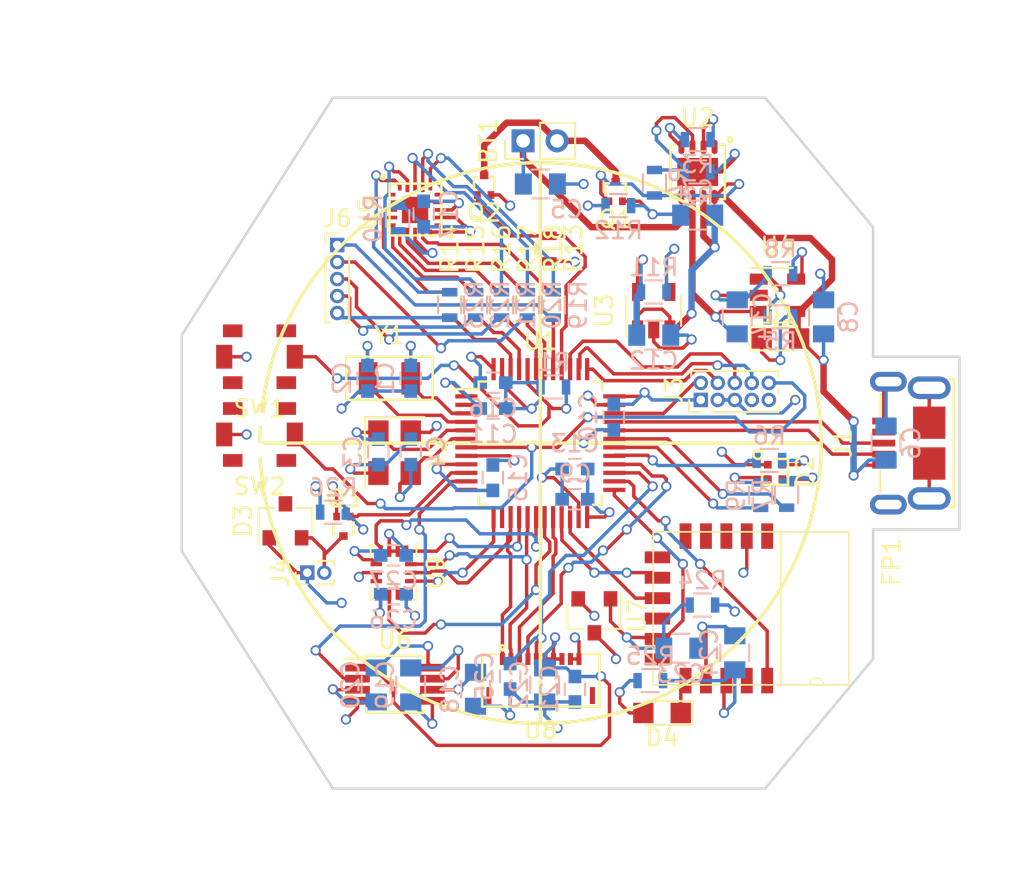
<source format=kicad_pcb>
(kicad_pcb (version 4) (host pcbnew 4.0.7)
  (layers (0 F.Cu signal) (1 In1.Cu power) (2 In2.Cu power) (31 B.Cu signal) (34 B.Paste user) (35 F.Paste user) (36 B.SilkS user) (37 F.SilkS user) (38 B.Mask user) (39 F.Mask user) (44 Edge.Cuts user))
  (net 0 "")
  (net 1 /VBATT)
  (net 2 "Net-(BT1-Pad2)")
  (net 3 GND)
  (net 4 "Net-(C1-Pad1)")
  (net 5 "Net-(C2-Pad1)")
  (net 6 "Net-(C3-Pad1)")
  (net 7 "Net-(C4-Pad1)")
  (net 8 /VUSB)
  (net 9 "Net-(C7-Pad1)")
  (net 10 +3V3)
  (net 11 "Net-(C12-Pad1)")
  (net 12 "Net-(C19-Pad1)")
  (net 13 "Net-(C19-Pad2)")
  (net 14 "Net-(C20-Pad1)")
  (net 15 "Net-(C20-Pad2)")
  (net 16 /BLE_nRST)
  (net 17 "Net-(D1-Pad1)")
  (net 18 "Net-(D4-Pad2)")
  (net 19 "Net-(D4-Pad1)")
  (net 20 "Net-(FP1-Pad6)")
  (net 21 /RX_BLE)
  (net 22 /TX_BLE)
  (net 23 "Net-(FP1-Pad9)")
  (net 24 "Net-(FP1-Pad11)")
  (net 25 "Net-(FP1-Pad5)")
  (net 26 "Net-(FP1-Pad4)")
  (net 27 "Net-(FP1-Pad3)")
  (net 28 "Net-(FP1-Pad1)")
  (net 29 "Net-(FP1-Pad15)")
  (net 30 /BLE_CONF)
  (net 31 "Net-(J1-Pad4)")
  (net 32 /TMS)
  (net 33 /TCK)
  (net 34 /TDO)
  (net 35 "Net-(J3-Pad7)")
  (net 36 /TDI)
  (net 37 "Net-(J3-Pad9)")
  (net 38 /STM_NRST)
  (net 39 "Net-(D3-Pad2)")
  (net 40 /KEY_0)
  (net 41 /KEY_1)
  (net 42 /KEY_2)
  (net 43 /KEY_3)
  (net 44 /KEY_4)
  (net 45 "Net-(R1-Pad1)")
  (net 46 "Net-(R2-Pad1)")
  (net 47 "Net-(R3-Pad1)")
  (net 48 "Net-(R5-Pad1)")
  (net 49 "Net-(D2-Pad2)")
  (net 50 /LED_RED)
  (net 51 "Net-(D2-Pad3)")
  (net 52 /LED_BLUE)
  (net 53 "Net-(R8-Pad1)")
  (net 54 "Net-(D2-Pad4)")
  (net 55 /LED_GREEN)
  (net 56 /NRST_TOUCH)
  (net 57 /TOUCH_1)
  (net 58 "Net-(R14-Pad2)")
  (net 59 /TOUCH_2)
  (net 60 "Net-(R15-Pad2)")
  (net 61 /TOUCH_3)
  (net 62 "Net-(R16-Pad2)")
  (net 63 /TOUCH_4)
  (net 64 "Net-(R17-Pad2)")
  (net 65 /TOUCH_0)
  (net 66 "Net-(R18-Pad2)")
  (net 67 "Net-(R19-Pad2)")
  (net 68 "Net-(R20-Pad2)")
  (net 69 "Net-(R21-Pad2)")
  (net 70 "Net-(R22-Pad2)")
  (net 71 "Net-(R23-Pad2)")
  (net 72 /MOTOR_EN)
  (net 73 /5V_EN)
  (net 74 /BATT_EN)
  (net 75 "Net-(U1-Pad14)")
  (net 76 /IMU_SDO)
  (net 77 /IMU_INT_1)
  (net 78 /IMU_INT_2)
  (net 79 /IMU_CS)
  (net 80 /DISP_SCLK)
  (net 81 /DISP_SDI)
  (net 82 /DISP_SCS)
  (net 83 "Net-(U3-Pad4)")
  (net 84 +5V)
  (net 85 "Net-(U2-Pad1)")
  (net 86 "Net-(U5-Pad18)")
  (net 87 "Net-(U5-Pad19)")
  (net 88 "Net-(U5-Pad20)")
  (net 89 "Net-(U5-Pad7)")
  (net 90 "Net-(U5-Pad6)")
  (net 91 "Net-(U5-Pad10)")
  (net 92 "Net-(U9-Pad10)")
  (net 93 "Net-(U9-Pad11)")
  (net 94 /EXTCOMIN)
  (net 95 /DISP_EN)
  (net 96 /D_N)
  (net 97 /D_P)
  (net 98 "Net-(U1-Pad2)")
  (net 99 "Net-(U1-Pad12)")
  (module Housings_QFP:LQFP-48_7x7mm_Pitch0.5mm (layer F.Cu) (at 59.69 81.28)
    (fp_text reference U1 (at 0 -6) (layer F.SilkS))
    (fp_text value STM32F303RCT6-48)
    (pad 1 smd rect (at -4.35 -2.75) (size 1.3 0.25) (layers F.Cu F.Paste F.Mask) (net 10 +3V3))
    (pad 2 smd rect (at -4.35 -2.25) (size 1.3 0.25) (layers F.Cu F.Paste F.Mask) (net 98 "Net-(U1-Pad2)"))
    (pad 3 smd rect (at -4.35 -1.75) (size 1.3 0.25) (layers F.Cu F.Paste F.Mask) (net 4 "Net-(C1-Pad1)"))
    (pad 4 smd rect (at -4.35 -1.25) (size 1.3 0.25) (layers F.Cu F.Paste F.Mask) (net 5 "Net-(C2-Pad1)"))
    (pad 5 smd rect (at -4.35 -0.75) (size 1.3 0.25) (layers F.Cu F.Paste F.Mask) (net 6 "Net-(C3-Pad1)"))
    (pad 6 smd rect (at -4.35 -0.25) (size 1.3 0.25) (layers F.Cu F.Paste F.Mask) (net 7 "Net-(C4-Pad1)"))
    (pad 7 smd rect (at -4.35 0.25) (size 1.3 0.25) (layers F.Cu F.Paste F.Mask) (net 38 /STM_NRST))
    (pad 8 smd rect (at -4.35 0.75) (size 1.3 0.25) (layers F.Cu F.Paste F.Mask) (net 3 GND))
    (pad 9 smd rect (at -4.35 1.25) (size 1.3 0.25) (layers F.Cu F.Paste F.Mask) (net 10 +3V3))
    (pad 10 smd rect (at -4.35 1.75) (size 1.3 0.25) (layers F.Cu F.Paste F.Mask) (net 72 /MOTOR_EN))
    (pad 11 smd rect (at -4.35 2.25) (size 1.3 0.25) (layers F.Cu F.Paste F.Mask) (net 73 /5V_EN))
    (pad 12 smd rect (at -4.35 2.75) (size 1.3 0.25) (layers F.Cu F.Paste F.Mask) (net 99 "Net-(U1-Pad12)"))
    (pad 13 smd rect (at -2.75 4.35 90) (size 1.3 0.25) (layers F.Cu F.Paste F.Mask) (net 79 /IMU_CS))
    (pad 14 smd rect (at -2.25 4.35 90) (size 1.3 0.25) (layers F.Cu F.Paste F.Mask) (net 75 "Net-(U1-Pad14)"))
    (pad 15 smd rect (at -1.75 4.35 90) (size 1.3 0.25) (layers F.Cu F.Paste F.Mask) (net 80 /DISP_SCLK))
    (pad 16 smd rect (at -1.25 4.35 90) (size 1.3 0.25) (layers F.Cu F.Paste F.Mask) (net 76 /IMU_SDO))
    (pad 17 smd rect (at -0.75 4.35 90) (size 1.3 0.25) (layers F.Cu F.Paste F.Mask) (net 81 /DISP_SDI))
    (pad 18 smd rect (at -0.25 4.35 90) (size 1.3 0.25) (layers F.Cu F.Paste F.Mask) (net 77 /IMU_INT_1))
    (pad 19 smd rect (at 0.25 4.35 90) (size 1.3 0.25) (layers F.Cu F.Paste F.Mask) (net 78 /IMU_INT_2))
    (pad 20 smd rect (at 0.75 4.35 90) (size 1.3 0.25) (layers F.Cu F.Paste F.Mask) (net 82 /DISP_SCS))
    (pad 21 smd rect (at 1.25 4.35 90) (size 1.3 0.25) (layers F.Cu F.Paste F.Mask) (net 21 /RX_BLE))
    (pad 22 smd rect (at 1.75 4.35 90) (size 1.3 0.25) (layers F.Cu F.Paste F.Mask) (net 22 /TX_BLE))
    (pad 23 smd rect (at 2.25 4.35 90) (size 1.3 0.25) (layers F.Cu F.Paste F.Mask) (net 3 GND))
    (pad 24 smd rect (at 2.75 4.35 90) (size 1.3 0.25) (layers F.Cu F.Paste F.Mask) (net 10 +3V3))
    (pad 25 smd rect (at 4.35 2.75) (size 1.3 0.25) (layers F.Cu F.Paste F.Mask) (net 16 /BLE_nRST))
    (pad 26 smd rect (at 4.35 2.25) (size 1.3 0.25) (layers F.Cu F.Paste F.Mask) (net 30 /BLE_CONF))
    (pad 27 smd rect (at 4.35 1.75) (size 1.3 0.25) (layers F.Cu F.Paste F.Mask) (net 95 /DISP_EN))
    (pad 28 smd rect (at 4.35 1.25) (size 1.3 0.25) (layers F.Cu F.Paste F.Mask) (net 94 /EXTCOMIN))
    (pad 29 smd rect (at 4.35 0.75) (size 1.3 0.25) (layers F.Cu F.Paste F.Mask) (net 50 /LED_RED))
    (pad 30 smd rect (at 4.35 0.25) (size 1.3 0.25) (layers F.Cu F.Paste F.Mask) (net 55 /LED_GREEN))
    (pad 31 smd rect (at 4.35 -0.25) (size 1.3 0.25) (layers F.Cu F.Paste F.Mask) (net 52 /LED_BLUE))
    (pad 32 smd rect (at 4.35 -0.75) (size 1.3 0.25) (layers F.Cu F.Paste F.Mask) (net 96 /D_N))
    (pad 33 smd rect (at 4.35 -1.25) (size 1.3 0.25) (layers F.Cu F.Paste F.Mask) (net 97 /D_P))
    (pad 34 smd rect (at 4.35 -1.75) (size 1.3 0.25) (layers F.Cu F.Paste F.Mask) (net 32 /TMS))
    (pad 35 smd rect (at 4.35 -2.25) (size 1.3 0.25) (layers F.Cu F.Paste F.Mask) (net 3 GND))
    (pad 36 smd rect (at 4.35 -2.75) (size 1.3 0.25) (layers F.Cu F.Paste F.Mask) (net 10 +3V3))
    (pad 37 smd rect (at 2.75 -4.35 90) (size 1.3 0.25) (layers F.Cu F.Paste F.Mask) (net 33 /TCK))
    (pad 38 smd rect (at 2.25 -4.35 90) (size 1.3 0.25) (layers F.Cu F.Paste F.Mask) (net 36 /TDI))
    (pad 39 smd rect (at 1.75 -4.35 90) (size 1.3 0.25) (layers F.Cu F.Paste F.Mask) (net 34 /TDO))
    (pad 40 smd rect (at 1.25 -4.35 90) (size 1.3 0.25) (layers F.Cu F.Paste F.Mask) (net 74 /BATT_EN))
    (pad 41 smd rect (at 0.75 -4.35 90) (size 1.3 0.25) (layers F.Cu F.Paste F.Mask) (net 65 /TOUCH_0))
    (pad 42 smd rect (at 0.25 -4.35 90) (size 1.3 0.25) (layers F.Cu F.Paste F.Mask) (net 63 /TOUCH_4))
    (pad 43 smd rect (at -0.25 -4.35 90) (size 1.3 0.25) (layers F.Cu F.Paste F.Mask) (net 61 /TOUCH_3))
    (pad 44 smd rect (at -0.75 -4.35 90) (size 1.3 0.25) (layers F.Cu F.Paste F.Mask) (net 45 "Net-(R1-Pad1)"))
    (pad 45 smd rect (at -1.25 -4.35 90) (size 1.3 0.25) (layers F.Cu F.Paste F.Mask) (net 59 /TOUCH_2))
    (pad 46 smd rect (at -1.75 -4.35 90) (size 1.3 0.25) (layers F.Cu F.Paste F.Mask) (net 57 /TOUCH_1))
    (pad 47 smd rect (at -2.25 -4.35 90) (size 1.3 0.25) (layers F.Cu F.Paste F.Mask) (net 3 GND))
    (pad 48 smd rect (at -2.75 -4.35 90) (size 1.3 0.25) (layers F.Cu F.Paste F.Mask) (net 10 +3V3))
  )
  (module Housings_SSOP:MSOP-8_3x3mm_Pitch0.65mm (layer F.Cu) (at 51.14 95.463)
    (fp_text reference U6 (at 0 -2.6) (layer F.SilkS))
    (fp_text value TPS60241DGKR)
    (pad 1 smd rect (at -2.2 -0.975) (size 1.45 0.45) (layers F.Cu F.Paste F.Mask) (net 84 +5V))
    (pad 2 smd rect (at -2.2 -0.325) (size 1.45 0.45) (layers F.Cu F.Paste F.Mask) (net 73 /5V_EN))
    (pad 3 smd rect (at -2.2 0.325) (size 1.45 0.45) (layers F.Cu F.Paste F.Mask) (net 15 "Net-(C20-Pad2)"))
    (pad 4 smd rect (at -2.2 0.975) (size 1.45 0.45) (layers F.Cu F.Paste F.Mask) (net 3 GND))
    (pad 5 smd rect (at 2.2 0.975) (size 1.45 0.45) (layers F.Cu F.Paste F.Mask) (net 13 "Net-(C19-Pad2)"))
    (pad 6 smd rect (at 2.2 0.325) (size 1.45 0.45) (layers F.Cu F.Paste F.Mask) (net 10 +3V3))
    (pad 7 smd rect (at 2.2 -0.325) (size 1.45 0.45) (layers F.Cu F.Paste F.Mask) (net 12 "Net-(C19-Pad1)"))
    (pad 8 smd rect (at 2.2 -0.975) (size 1.45 0.45) (layers F.Cu F.Paste F.Mask) (net 14 "Net-(C20-Pad1)"))
  )
  (module Capacitors_SMD:C_0603 (layer B.Cu) (at 52.07 77.47 270)
    (fp_text reference C1 (at 0 1.5 270) (layer B.SilkS) (effects (justify mirror)))
    (fp_text value 12.5pF)
    (pad 2 smd rect (at 0.75 0 270) (size 0.8 0.75) (layers B.Cu B.Paste B.Mask) (net 3 GND))
    (pad 1 smd rect (at -0.75 0 270) (size 0.8 0.75) (layers B.Cu B.Paste B.Mask) (net 4 "Net-(C1-Pad1)"))
  )
  (module Capacitors_SMD:C_0603 (layer B.Cu) (at 49.53 77.47 270)
    (fp_text reference C2 (at 0 1.5 270) (layer B.SilkS) (effects (justify mirror)))
    (fp_text value 12.5pF)
    (pad 2 smd rect (at 0.75 0 270) (size 0.8 0.75) (layers B.Cu B.Paste B.Mask) (net 3 GND))
    (pad 1 smd rect (at -0.75 0 270) (size 0.8 0.75) (layers B.Cu B.Paste B.Mask) (net 5 "Net-(C2-Pad1)"))
  )
  (module Capacitors_SMD:C_0603 (layer B.Cu) (at 50.165 81.8 270)
    (fp_text reference C3 (at 0 1.5 270) (layer B.SilkS) (effects (justify mirror)))
    (fp_text value 18pF)
    (pad 2 smd rect (at 0.75 0 270) (size 0.8 0.75) (layers B.Cu B.Paste B.Mask) (net 3 GND))
    (pad 1 smd rect (at -0.75 0 270) (size 0.8 0.75) (layers B.Cu B.Paste B.Mask) (net 6 "Net-(C3-Pad1)"))
  )
  (module Capacitors_SMD:C_0603 (layer B.Cu) (at 52.07 81.8 90)
    (fp_text reference C4 (at 0 1.5 90) (layer B.SilkS) (effects (justify mirror)))
    (fp_text value 18pF)
    (pad 2 smd rect (at 0.75 0 90) (size 0.8 0.75) (layers B.Cu B.Paste B.Mask) (net 3 GND))
    (pad 1 smd rect (at -0.75 0 90) (size 0.8 0.75) (layers B.Cu B.Paste B.Mask) (net 7 "Net-(C4-Pad1)"))
  )
  (module Capacitors_SMD:C_0805 (layer B.Cu) (at 59.69 66.04)
    (fp_text reference C5 (at 1.54 1.5) (layer B.SilkS) (effects (justify mirror)))
    (fp_text value 4.7uF)
    (pad 1 smd rect (at -1 0) (size 1 1.25) (layers B.Cu B.Paste B.Mask) (net 1 /VBATT))
    (pad 2 smd rect (at 1 0) (size 1 1.25) (layers B.Cu B.Paste B.Mask) (net 3 GND))
  )
  (module Capacitors_SMD:C_0805 (layer B.Cu) (at 80.01 81.28 90)
    (fp_text reference C6 (at 0 1.5 90) (layer B.SilkS) (effects (justify mirror)))
    (fp_text value 10uF)
    (pad 1 smd rect (at -1 0 90) (size 1 1.25) (layers B.Cu B.Paste B.Mask) (net 8 /VUSB))
    (pad 2 smd rect (at 1 0 90) (size 1 1.25) (layers B.Cu B.Paste B.Mask) (net 3 GND))
  )
  (module Capacitors_SMD:C_0805 (layer B.Cu) (at 68.93852 67.87073 180)
    (fp_text reference C7 (at 0 1.5 180) (layer B.SilkS) (effects (justify mirror)))
    (fp_text value 1uF)
    (pad 1 smd rect (at -1 0 180) (size 1 1.25) (layers B.Cu B.Paste B.Mask) (net 9 "Net-(C7-Pad1)"))
    (pad 2 smd rect (at 1 0 180) (size 1 1.25) (layers B.Cu B.Paste B.Mask) (net 3 GND))
  )
  (module Capacitors_SMD:C_0805 (layer B.Cu) (at 76.34 73.855 90)
    (fp_text reference C8 (at 0 1.5 90) (layer B.SilkS) (effects (justify mirror)))
    (fp_text value 4.7uF)
    (pad 1 smd rect (at -1 0 90) (size 1 1.25) (layers B.Cu B.Paste B.Mask) (net 8 /VUSB))
    (pad 2 smd rect (at 1 0 90) (size 1 1.25) (layers B.Cu B.Paste B.Mask) (net 3 GND))
  )
  (module Capacitors_SMD:C_0603 (layer B.Cu) (at 61.722 84.582 180)
    (fp_text reference C9 (at 0 1.5 180) (layer B.SilkS) (effects (justify mirror)))
    (fp_text value 100nF)
    (pad 2 smd rect (at 0.75 0 180) (size 0.8 0.75) (layers B.Cu B.Paste B.Mask) (net 3 GND))
    (pad 1 smd rect (at -0.75 0 180) (size 0.8 0.75) (layers B.Cu B.Paste B.Mask) (net 10 +3V3))
  )
  (module Capacitors_SMD:C_0603 (layer B.Cu) (at 64.008 79.744 270)
    (fp_text reference C10 (at 0 1.5 270) (layer B.SilkS) (effects (justify mirror)))
    (fp_text value 100nF)
    (pad 2 smd rect (at 0.75 0 270) (size 0.8 0.75) (layers B.Cu B.Paste B.Mask) (net 3 GND))
    (pad 1 smd rect (at -0.75 0 270) (size 0.8 0.75) (layers B.Cu B.Paste B.Mask) (net 10 +3V3))
  )
  (module Capacitors_SMD:C_0603 (layer B.Cu) (at 56.908 79.248)
    (fp_text reference C11 (at 0 1.5) (layer B.SilkS) (effects (justify mirror)))
    (fp_text value 100nF)
    (pad 2 smd rect (at 0.75 0) (size 0.8 0.75) (layers B.Cu B.Paste B.Mask) (net 3 GND))
    (pad 1 smd rect (at -0.75 0) (size 0.8 0.75) (layers B.Cu B.Paste B.Mask) (net 10 +3V3))
  )
  (module Capacitors_SMD:C_0805 (layer B.Cu) (at 66.355 74.93)
    (fp_text reference C12 (at 0 1.5) (layer B.SilkS) (effects (justify mirror)))
    (fp_text value 2.2uF)
    (pad 1 smd rect (at -1 0) (size 1 1.25) (layers B.Cu B.Paste B.Mask) (net 11 "Net-(C12-Pad1)"))
    (pad 2 smd rect (at 1 0) (size 1 1.25) (layers B.Cu B.Paste B.Mask) (net 3 GND))
  )
  (module Capacitors_SMD:C_0603 (layer B.Cu) (at 61.722 82.804 180)
    (fp_text reference C13 (at 0 1.5 180) (layer B.SilkS) (effects (justify mirror)))
    (fp_text value 100nF)
    (pad 2 smd rect (at 0.75 0 180) (size 0.8 0.75) (layers B.Cu B.Paste B.Mask) (net 3 GND))
    (pad 1 smd rect (at -0.75 0 180) (size 0.8 0.75) (layers B.Cu B.Paste B.Mask) (net 10 +3V3))
  )
  (module Capacitors_SMD:C_0805 (layer B.Cu) (at 71.26 73.855 90)
    (fp_text reference C14 (at 0 1.5 90) (layer B.SilkS) (effects (justify mirror)))
    (fp_text value 4.7uF)
    (pad 1 smd rect (at -1 0 90) (size 1 1.25) (layers B.Cu B.Paste B.Mask) (net 1 /VBATT))
    (pad 2 smd rect (at 1 0 90) (size 1 1.25) (layers B.Cu B.Paste B.Mask) (net 3 GND))
  )
  (module Capacitors_SMD:C_0603 (layer B.Cu) (at 56.896 83.312 90)
    (fp_text reference C15 (at 0 1.5 90) (layer B.SilkS) (effects (justify mirror)))
    (fp_text value 100nF)
    (pad 2 smd rect (at 0.75 0 90) (size 0.8 0.75) (layers B.Cu B.Paste B.Mask) (net 3 GND))
    (pad 1 smd rect (at -0.75 0 90) (size 0.8 0.75) (layers B.Cu B.Paste B.Mask) (net 10 +3V3))
  )
  (module Capacitors_SMD:C_0603 (layer B.Cu) (at 56.908 77.724)
    (fp_text reference C16 (at 0 1.5) (layer B.SilkS) (effects (justify mirror)))
    (fp_text value 100nF)
    (pad 2 smd rect (at 0.75 0) (size 0.8 0.75) (layers B.Cu B.Paste B.Mask) (net 3 GND))
    (pad 1 smd rect (at -0.75 0) (size 0.8 0.75) (layers B.Cu B.Paste B.Mask) (net 10 +3V3))
  )
  (module Capacitors_SMD:C_0603 (layer B.Cu) (at 52.832 67.806 90)
    (fp_text reference C17 (at 0 1.5 90) (layer B.SilkS) (effects (justify mirror)))
    (fp_text value 100nF)
    (pad 2 smd rect (at 0.75 0 90) (size 0.8 0.75) (layers B.Cu B.Paste B.Mask) (net 3 GND))
    (pad 1 smd rect (at -0.75 0 90) (size 0.8 0.75) (layers B.Cu B.Paste B.Mask) (net 10 +3V3))
  )
  (module Capacitors_SMD:C_0805 (layer B.Cu) (at 55.88 95.758 270)
    (fp_text reference C18 (at 0 1.5 270) (layer B.SilkS) (effects (justify mirror)))
    (fp_text value 1uF)
    (pad 1 smd rect (at -1 0 270) (size 1 1.25) (layers B.Cu B.Paste B.Mask) (net 10 +3V3))
    (pad 2 smd rect (at 1 0 270) (size 1 1.25) (layers B.Cu B.Paste B.Mask) (net 3 GND))
  )
  (module Capacitors_SMD:C_0805 (layer B.Cu) (at 52.07 95.504 270)
    (fp_text reference C19 (at 0 1.5 270) (layer B.SilkS) (effects (justify mirror)))
    (fp_text value 1uF)
    (pad 1 smd rect (at -1 0 270) (size 1 1.25) (layers B.Cu B.Paste B.Mask) (net 12 "Net-(C19-Pad1)"))
    (pad 2 smd rect (at 1 0 270) (size 1 1.25) (layers B.Cu B.Paste B.Mask) (net 13 "Net-(C19-Pad2)"))
  )
  (module Capacitors_SMD:C_0805 (layer B.Cu) (at 50.038 95.504 270)
    (fp_text reference C20 (at 0 1.5 270) (layer B.SilkS) (effects (justify mirror)))
    (fp_text value 1uF)
    (pad 1 smd rect (at -1 0 270) (size 1 1.25) (layers B.Cu B.Paste B.Mask) (net 14 "Net-(C20-Pad1)"))
    (pad 2 smd rect (at 1 0 270) (size 1 1.25) (layers B.Cu B.Paste B.Mask) (net 15 "Net-(C20-Pad2)"))
  )
  (module Capacitors_SMD:C_0603 (layer B.Cu) (at 61.722 95.758 270)
    (fp_text reference C21 (at 0 1.5 270) (layer B.SilkS) (effects (justify mirror)))
    (fp_text value 100nF)
    (pad 2 smd rect (at 0.75 0 270) (size 0.8 0.75) (layers B.Cu B.Paste B.Mask) (net 3 GND))
    (pad 1 smd rect (at -0.75 0 270) (size 0.8 0.75) (layers B.Cu B.Paste B.Mask) (net 84 +5V))
  )
  (module Capacitors_SMD:C_0805 (layer B.Cu) (at 59.944 95.504 270)
    (fp_text reference C22 (at 0 1.5 270) (layer B.SilkS) (effects (justify mirror)))
    (fp_text value 1uF)
    (pad 1 smd rect (at -1 0 270) (size 1 1.25) (layers B.Cu B.Paste B.Mask) (net 84 +5V))
    (pad 2 smd rect (at 1 0 270) (size 1 1.25) (layers B.Cu B.Paste B.Mask) (net 3 GND))
  )
  (module Capacitors_SMD:C_0805 (layer B.Cu) (at 67.945 93.345)
    (fp_text reference C23 (at 0 1.5) (layer B.SilkS) (effects (justify mirror)))
    (fp_text value 1uF)
    (pad 1 smd rect (at -1 0) (size 1 1.25) (layers B.Cu B.Paste B.Mask) (net 16 /BLE_nRST))
    (pad 2 smd rect (at 1 0) (size 1 1.25) (layers B.Cu B.Paste B.Mask) (net 3 GND))
  )
  (module Capacitors_SMD:C_0805 (layer B.Cu) (at 71.12 93.615 270)
    (fp_text reference C24 (at 0 1.5 270) (layer B.SilkS) (effects (justify mirror)))
    (fp_text value 10uF)
    (pad 1 smd rect (at -1 0 270) (size 1 1.25) (layers B.Cu B.Paste B.Mask) (net 3 GND))
    (pad 2 smd rect (at 1 0 270) (size 1 1.25) (layers B.Cu B.Paste B.Mask) (net 10 +3V3))
  )
  (module Capacitors_SMD:C_0603 (layer B.Cu) (at 57.912 94.996 270)
    (fp_text reference C25 (at 0 1.5 270) (layer B.SilkS) (effects (justify mirror)))
    (fp_text value 100nF)
    (pad 2 smd rect (at 0.75 0 270) (size 0.8 0.75) (layers B.Cu B.Paste B.Mask) (net 3 GND))
    (pad 1 smd rect (at -0.75 0 270) (size 0.8 0.75) (layers B.Cu B.Paste B.Mask) (net 95 /DISP_EN))
  )
  (module Capacitors_SMD:C_0603 (layer B.Cu) (at 51.054 90.17)
    (fp_text reference C26 (at 0 1.5) (layer B.SilkS) (effects (justify mirror)))
    (fp_text value 100nF)
    (pad 2 smd rect (at 0.75 0) (size 0.8 0.75) (layers B.Cu B.Paste B.Mask) (net 3 GND))
    (pad 1 smd rect (at -0.75 0) (size 0.8 0.75) (layers B.Cu B.Paste B.Mask) (net 10 +3V3))
  )
  (module Capacitors_SMD:C_0603 (layer B.Cu) (at 51.054 87.884)
    (fp_text reference C27 (at 0 1.5) (layer B.SilkS) (effects (justify mirror)))
    (fp_text value 100nF)
    (pad 2 smd rect (at 0.75 0) (size 0.8 0.75) (layers B.Cu B.Paste B.Mask) (net 3 GND))
    (pad 1 smd rect (at -0.75 0) (size 0.8 0.75) (layers B.Cu B.Paste B.Mask) (net 10 +3V3))
  )
  (module LEDs:LED_0805 (layer F.Cu) (at 73.8 75.125)
    (fp_text reference D1 (at 0 -1.45) (layer F.SilkS))
    (fp_text value LED)
    (pad 2 smd rect (at 1.1 0 180) (size 1.2 1.2) (layers F.Cu F.Paste F.Mask) (net 8 /VUSB))
    (pad 1 smd rect (at -1.1 0 180) (size 1.2 1.2) (layers F.Cu F.Paste F.Mask) (net 17 "Net-(D1-Pad1)"))
  )
  (module LEDs:LED_0805 (layer F.Cu) (at 66.845 97.155 180)
    (fp_text reference D4 (at 0 -1.45 180) (layer F.SilkS))
    (fp_text value LED)
    (pad 2 smd rect (at 1.1 0) (size 1.2 1.2) (layers F.Cu F.Paste F.Mask) (net 18 "Net-(D4-Pad2)"))
    (pad 1 smd rect (at -1.1 0) (size 1.2 1.2) (layers F.Cu F.Paste F.Mask) (net 19 "Net-(D4-Pad1)"))
  )
  (module open_watch:BM71BLES1FC2 (layer F.Cu) (at 66.325 86.5 270)
    (fp_text reference FP1 (at 1.778 -14.01572 270) (layer F.SilkS))
    (fp_text value BM71BLES1FC2)
    (pad 6 smd rect (at 1.5 -0.25 270) (size 0.7 1.5) (layers F.Cu F.Paste F.Mask) (net 20 "Net-(FP1-Pad6)"))
    (pad 7 smd rect (at 2.7 -0.25 270) (size 0.7 1.5) (layers F.Cu F.Paste F.Mask) (net 21 /RX_BLE))
    (pad 8 smd rect (at 3.9 -0.25 270) (size 0.7 1.5) (layers F.Cu F.Paste F.Mask) (net 22 /TX_BLE))
    (pad 9 smd rect (at 5.1 -0.25 270) (size 0.7 1.5) (layers F.Cu F.Paste F.Mask) (net 23 "Net-(FP1-Pad9)"))
    (pad 10 smd rect (at 6.3 -0.25 270) (size 0.7 1.5) (layers F.Cu F.Paste F.Mask) (net 16 /BLE_nRST))
    (pad 11 smd rect (at 7.5 -0.25 270) (size 0.7 1.5) (layers F.Cu F.Paste F.Mask) (net 24 "Net-(FP1-Pad11)"))
    (pad 5 smd rect (at 0.25 -1.9 180) (size 0.7 1.5) (layers F.Cu F.Paste F.Mask) (net 25 "Net-(FP1-Pad5)"))
    (pad 4 smd rect (at 0.25 -3.1 180) (size 0.7 1.5) (layers F.Cu F.Paste F.Mask) (net 26 "Net-(FP1-Pad4)"))
    (pad 3 smd rect (at 0.25 -4.3 180) (size 0.7 1.5) (layers F.Cu F.Paste F.Mask) (net 27 "Net-(FP1-Pad3)"))
    (pad 2 smd rect (at 0.25 -5.5 180) (size 0.7 1.5) (layers F.Cu F.Paste F.Mask) (net 3 GND))
    (pad 1 smd rect (at 0.25 -6.7 180) (size 0.7 1.5) (layers F.Cu F.Paste F.Mask) (net 28 "Net-(FP1-Pad1)"))
    (pad 12 smd rect (at 8.75 -1.9 180) (size 0.7 1.5) (layers F.Cu F.Paste F.Mask) (net 19 "Net-(D4-Pad1)"))
    (pad 13 smd rect (at 8.75 -3.1 180) (size 0.7 1.5) (layers F.Cu F.Paste F.Mask) (net 3 GND))
    (pad 14 smd rect (at 8.75 -4.3 180) (size 0.7 1.5) (layers F.Cu F.Paste F.Mask) (net 10 +3V3))
    (pad 15 smd rect (at 8.75 -5.5 180) (size 0.7 1.5) (layers F.Cu F.Paste F.Mask) (net 29 "Net-(FP1-Pad15)"))
    (pad 16 smd rect (at 8.75 -6.7 180) (size 0.7 1.5) (layers F.Cu F.Paste F.Mask) (net 30 /BLE_CONF))
  )
  (module open_watch:USB_microB_2040002-1 (layer F.Cu) (at 82.55 81.28 90)
    (fp_text reference J1 (at 0 -5.08 90) (layer F.SilkS))
    (fp_text value USB_microB_2040002-1)
    (pad 1 smd rect (at -1.3 -2.675 90) (size 0.4 1.35) (layers F.Cu F.Paste F.Mask) (net 8 /VUSB))
    (pad 2 smd rect (at -0.65 -2.675 90) (size 0.4 1.35) (layers F.Cu F.Paste F.Mask) (net 96 /D_N))
    (pad 3 smd rect (at 0 -2.675 90) (size 0.4 1.35) (layers F.Cu F.Paste F.Mask) (net 97 /D_P))
    (pad 4 smd rect (at 0.65 -2.675 90) (size 0.4 1.35) (layers F.Cu F.Paste F.Mask) (net 31 "Net-(J1-Pad4)"))
    (pad 5 smd rect (at 1.3 -2.675 90) (size 0.4 1.35) (layers F.Cu F.Paste F.Mask) (net 3 GND))
    (pad 11 thru_hole oval (at -3.615 -2.4 90) (size 1.16 2.16) (drill oval 0.56 1.56) (layers *.Cu *.Mask) (net 3 GND))
    (pad 6 thru_hole oval (at 3.615 -2.4 90) (size 1.16 2.16) (drill oval 0.56 1.56) (layers *.Cu *.Mask) (net 3 GND))
    (pad 10 thru_hole oval (at -3.255 0 90) (size 1.32 2.52) (drill oval 0.72 1.92) (layers *.Cu *.Mask) (net 3 GND))
    (pad 7 thru_hole oval (at 3.255 0 90) (size 1.32 2.52) (drill oval 0.72 1.92) (layers *.Cu *.Mask) (net 3 GND))
    (pad 9 smd rect (at -1.2 0 90) (size 1.9 1.9) (layers F.Cu F.Paste F.Mask) (net 3 GND))
    (pad 8 smd rect (at 1.2 0 90) (size 1.9 1.9) (layers F.Cu F.Paste F.Mask) (net 3 GND))
  )
  (module Pin_Headers:Pin_Header_Straight_2x05_Pitch1.00mm (layer F.Cu) (at 69.12 78.74 90)
    (fp_text reference J3 (at 0.5 -1.56 90) (layer F.SilkS))
    (fp_text value Conn_02x05_Odd_Even)
    (pad 1 thru_hole rect (at 0 0 90) (size 0.85 0.85) (drill 0.5) (layers *.Cu *.Mask) (net 10 +3V3))
    (pad 2 thru_hole oval (at 1 0 90) (size 0.85 0.85) (drill 0.5) (layers *.Cu *.Mask) (net 32 /TMS))
    (pad 3 thru_hole oval (at 0 1 90) (size 0.85 0.85) (drill 0.5) (layers *.Cu *.Mask) (net 3 GND))
    (pad 4 thru_hole oval (at 1 1 90) (size 0.85 0.85) (drill 0.5) (layers *.Cu *.Mask) (net 33 /TCK))
    (pad 5 thru_hole oval (at 0 2 90) (size 0.85 0.85) (drill 0.5) (layers *.Cu *.Mask) (net 3 GND))
    (pad 6 thru_hole oval (at 1 2 90) (size 0.85 0.85) (drill 0.5) (layers *.Cu *.Mask) (net 34 /TDO))
    (pad 7 thru_hole oval (at 0 3 90) (size 0.85 0.85) (drill 0.5) (layers *.Cu *.Mask) (net 35 "Net-(J3-Pad7)"))
    (pad 8 thru_hole oval (at 1 3 90) (size 0.85 0.85) (drill 0.5) (layers *.Cu *.Mask) (net 36 /TDI))
    (pad 9 thru_hole oval (at 0 4 90) (size 0.85 0.85) (drill 0.5) (layers *.Cu *.Mask) (net 37 "Net-(J3-Pad9)"))
    (pad 10 thru_hole oval (at 1 4 90) (size 0.85 0.85) (drill 0.5) (layers *.Cu *.Mask) (net 38 /STM_NRST))
  )
  (module Pin_Headers:Pin_Header_Straight_1x02_Pitch1.00mm (layer F.Cu) (at 45.99 88.9 90)
    (fp_text reference J4 (at 0 -1.56 90) (layer F.SilkS))
    (fp_text value "Vibration Motor")
    (pad 1 thru_hole rect (at 0 0 90) (size 0.85 0.85) (drill 0.5) (layers *.Cu *.Mask) (net 10 +3V3))
    (pad 2 thru_hole oval (at 0 1 90) (size 0.85 0.85) (drill 0.5) (layers *.Cu *.Mask) (net 39 "Net-(D3-Pad2)"))
  )
  (module Pin_Headers:Pin_Header_Straight_1x05_Pitch1.00mm (layer F.Cu) (at 47.752 69.628)
    (fp_text reference J6 (at 0 -1.56) (layer F.SilkS))
    (fp_text value Conn_01x05)
    (pad 1 thru_hole rect (at 0 0) (size 0.85 0.85) (drill 0.5) (layers *.Cu *.Mask) (net 40 /KEY_0))
    (pad 2 thru_hole oval (at 0 1) (size 0.85 0.85) (drill 0.5) (layers *.Cu *.Mask) (net 41 /KEY_1))
    (pad 3 thru_hole oval (at 0 2) (size 0.85 0.85) (drill 0.5) (layers *.Cu *.Mask) (net 42 /KEY_2))
    (pad 4 thru_hole oval (at 0 3) (size 0.85 0.85) (drill 0.5) (layers *.Cu *.Mask) (net 43 /KEY_3))
    (pad 5 thru_hole oval (at 0 4) (size 0.85 0.85) (drill 0.5) (layers *.Cu *.Mask) (net 44 /KEY_4))
  )
  (module Resistors_SMD:R_0603 (layer B.Cu) (at 60.452 77.978 180)
    (fp_text reference R1 (at 0 1.45 180) (layer B.SilkS) (effects (justify mirror)))
    (fp_text value 10K)
    (pad 1 smd rect (at -0.75 0 180) (size 0.5 0.9) (layers B.Cu B.Paste B.Mask) (net 45 "Net-(R1-Pad1)"))
    (pad 2 smd rect (at 0.75 0 180) (size 0.5 0.9) (layers B.Cu B.Paste B.Mask) (net 3 GND))
  )
  (module Resistors_SMD:R_0603 (layer B.Cu) (at 68.93852 65.33073)
    (fp_text reference R2 (at 0 1.45) (layer B.SilkS) (effects (justify mirror)))
    (fp_text value 100K)
    (pad 1 smd rect (at -0.75 0) (size 0.5 0.9) (layers B.Cu B.Paste B.Mask) (net 46 "Net-(R2-Pad1)"))
    (pad 2 smd rect (at 0.75 0) (size 0.5 0.9) (layers B.Cu B.Paste B.Mask) (net 3 GND))
  )
  (module Resistors_SMD:R_0603 (layer B.Cu) (at 68.93852 63.42573)
    (fp_text reference R3 (at 0 1.45) (layer B.SilkS) (effects (justify mirror)))
    (fp_text value 402)
    (pad 1 smd rect (at -0.75 0) (size 0.5 0.9) (layers B.Cu B.Paste B.Mask) (net 47 "Net-(R3-Pad1)"))
    (pad 2 smd rect (at 0.75 0) (size 0.5 0.9) (layers B.Cu B.Paste B.Mask) (net 3 GND))
  )
  (module Resistors_SMD:R_0603 (layer B.Cu) (at 66.39852 65.96573 90)
    (fp_text reference R4 (at 0 1.45 90) (layer B.SilkS) (effects (justify mirror)))
    (fp_text value 200K)
    (pad 1 smd rect (at -0.75 0 90) (size 0.5 0.9) (layers B.Cu B.Paste B.Mask) (net 8 /VUSB))
    (pad 2 smd rect (at 0.75 0 90) (size 0.5 0.9) (layers B.Cu B.Paste B.Mask) (net 46 "Net-(R2-Pad1)"))
  )
  (module Resistors_SMD:R_0603 (layer B.Cu) (at 73.8 73.855)
    (fp_text reference R5 (at 0 1.45) (layer B.SilkS) (effects (justify mirror)))
    (fp_text value 470)
    (pad 1 smd rect (at -0.75 0) (size 0.5 0.9) (layers B.Cu B.Paste B.Mask) (net 48 "Net-(R5-Pad1)"))
    (pad 2 smd rect (at 0.75 0) (size 0.5 0.9) (layers B.Cu B.Paste B.Mask) (net 17 "Net-(D1-Pad1)"))
  )
  (module Resistors_SMD:R_0603 (layer B.Cu) (at 73.152 82.296 180)
    (fp_text reference R6 (at 0 1.45 180) (layer B.SilkS) (effects (justify mirror)))
    (fp_text value 1K)
    (pad 1 smd rect (at -0.75 0 180) (size 0.5 0.9) (layers B.Cu B.Paste B.Mask) (net 49 "Net-(D2-Pad2)"))
    (pad 2 smd rect (at 0.75 0 180) (size 0.5 0.9) (layers B.Cu B.Paste B.Mask) (net 50 /LED_RED))
  )
  (module Resistors_SMD:R_0603 (layer B.Cu) (at 74.168 84.328 270)
    (fp_text reference R7 (at 0 1.45 270) (layer B.SilkS) (effects (justify mirror)))
    (fp_text value 1K)
    (pad 1 smd rect (at -0.75 0 270) (size 0.5 0.9) (layers B.Cu B.Paste B.Mask) (net 51 "Net-(D2-Pad3)"))
    (pad 2 smd rect (at 0.75 0 270) (size 0.5 0.9) (layers B.Cu B.Paste B.Mask) (net 52 /LED_BLUE))
  )
  (module Resistors_SMD:R_0603 (layer B.Cu) (at 73.8 71.315 180)
    (fp_text reference R8 (at 0 1.45 180) (layer B.SilkS) (effects (justify mirror)))
    (fp_text value 10K)
    (pad 1 smd rect (at -0.75 0 180) (size 0.5 0.9) (layers B.Cu B.Paste B.Mask) (net 53 "Net-(R8-Pad1)"))
    (pad 2 smd rect (at 0.75 0 180) (size 0.5 0.9) (layers B.Cu B.Paste B.Mask) (net 3 GND))
  )
  (module Resistors_SMD:R_0603 (layer B.Cu) (at 72.644 84.34 270)
    (fp_text reference R9 (at 0 1.45 270) (layer B.SilkS) (effects (justify mirror)))
    (fp_text value 1K)
    (pad 1 smd rect (at -0.75 0 270) (size 0.5 0.9) (layers B.Cu B.Paste B.Mask) (net 54 "Net-(D2-Pad4)"))
    (pad 2 smd rect (at 0.75 0 270) (size 0.5 0.9) (layers B.Cu B.Paste B.Mask) (net 55 /LED_GREEN))
  )
  (module Resistors_SMD:R_0603 (layer B.Cu) (at 51.308 68.072 270)
    (fp_text reference R10 (at 0 1.45 270) (layer B.SilkS) (effects (justify mirror)))
    (fp_text value 10K)
    (pad 1 smd rect (at -0.75 0 270) (size 0.5 0.9) (layers B.Cu B.Paste B.Mask) (net 10 +3V3))
    (pad 2 smd rect (at 0.75 0 270) (size 0.5 0.9) (layers B.Cu B.Paste B.Mask) (net 56 /NRST_TOUCH))
  )
  (module Resistors_SMD:R_0603 (layer F.Cu) (at 54.356 73.152 90)
    (fp_text reference R14 (at 3.29 0 90) (layer F.SilkS))
    (fp_text value 10K)
    (pad 1 smd rect (at -0.75 0 90) (size 0.5 0.9) (layers F.Cu F.Paste F.Mask) (net 57 /TOUCH_1))
    (pad 2 smd rect (at 0.75 0 90) (size 0.5 0.9) (layers F.Cu F.Paste F.Mask) (net 58 "Net-(R14-Pad2)"))
  )
  (module Resistors_SMD:R_0603 (layer F.Cu) (at 55.88 73.152 90)
    (fp_text reference R15 (at 3.29 0 90) (layer F.SilkS))
    (fp_text value 10K)
    (pad 1 smd rect (at -0.75 0 90) (size 0.5 0.9) (layers F.Cu F.Paste F.Mask) (net 59 /TOUCH_2))
    (pad 2 smd rect (at 0.75 0 90) (size 0.5 0.9) (layers F.Cu F.Paste F.Mask) (net 60 "Net-(R15-Pad2)"))
  )
  (module Resistors_SMD:R_0603 (layer F.Cu) (at 57.404 73.152 90)
    (fp_text reference R16 (at 3.29 0 90) (layer F.SilkS))
    (fp_text value 10K)
    (pad 1 smd rect (at -0.75 0 90) (size 0.5 0.9) (layers F.Cu F.Paste F.Mask) (net 61 /TOUCH_3))
    (pad 2 smd rect (at 0.75 0 90) (size 0.5 0.9) (layers F.Cu F.Paste F.Mask) (net 62 "Net-(R16-Pad2)"))
  )
  (module Resistors_SMD:R_0603 (layer F.Cu) (at 58.928 73.152 90)
    (fp_text reference R17 (at 3.29 0 90) (layer F.SilkS))
    (fp_text value 10K)
    (pad 1 smd rect (at -0.75 0 90) (size 0.5 0.9) (layers F.Cu F.Paste F.Mask) (net 63 /TOUCH_4))
    (pad 2 smd rect (at 0.75 0 90) (size 0.5 0.9) (layers F.Cu F.Paste F.Mask) (net 64 "Net-(R17-Pad2)"))
  )
  (module Resistors_SMD:R_0603 (layer F.Cu) (at 60.452 73.152 90)
    (fp_text reference R18 (at 3.29 0 90) (layer F.SilkS))
    (fp_text value 10K)
    (pad 1 smd rect (at -0.75 0 90) (size 0.5 0.9) (layers F.Cu F.Paste F.Mask) (net 65 /TOUCH_0))
    (pad 2 smd rect (at 0.75 0 90) (size 0.5 0.9) (layers F.Cu F.Paste F.Mask) (net 66 "Net-(R18-Pad2)"))
  )
  (module Resistors_SMD:R_0603 (layer B.Cu) (at 60.452 73.152 90)
    (fp_text reference R19 (at 0 1.45 90) (layer B.SilkS) (effects (justify mirror)))
    (fp_text value 10K)
    (pad 1 smd rect (at -0.75 0 90) (size 0.5 0.9) (layers B.Cu B.Paste B.Mask) (net 40 /KEY_0))
    (pad 2 smd rect (at 0.75 0 90) (size 0.5 0.9) (layers B.Cu B.Paste B.Mask) (net 67 "Net-(R19-Pad2)"))
  )
  (module Resistors_SMD:R_0603 (layer B.Cu) (at 58.928 73.152 90)
    (fp_text reference R20 (at 0 1.45 90) (layer B.SilkS) (effects (justify mirror)))
    (fp_text value 10K)
    (pad 1 smd rect (at -0.75 0 90) (size 0.5 0.9) (layers B.Cu B.Paste B.Mask) (net 41 /KEY_1))
    (pad 2 smd rect (at 0.75 0 90) (size 0.5 0.9) (layers B.Cu B.Paste B.Mask) (net 68 "Net-(R20-Pad2)"))
  )
  (module Resistors_SMD:R_0603 (layer B.Cu) (at 57.404 73.152 90)
    (fp_text reference R21 (at 0 1.45 90) (layer B.SilkS) (effects (justify mirror)))
    (fp_text value 10K)
    (pad 1 smd rect (at -0.75 0 90) (size 0.5 0.9) (layers B.Cu B.Paste B.Mask) (net 42 /KEY_2))
    (pad 2 smd rect (at 0.75 0 90) (size 0.5 0.9) (layers B.Cu B.Paste B.Mask) (net 69 "Net-(R21-Pad2)"))
  )
  (module Resistors_SMD:R_0603 (layer B.Cu) (at 55.88 73.152 90)
    (fp_text reference R22 (at 0 1.45 90) (layer B.SilkS) (effects (justify mirror)))
    (fp_text value 10K)
    (pad 1 smd rect (at -0.75 0 90) (size 0.5 0.9) (layers B.Cu B.Paste B.Mask) (net 43 /KEY_3))
    (pad 2 smd rect (at 0.75 0 90) (size 0.5 0.9) (layers B.Cu B.Paste B.Mask) (net 70 "Net-(R22-Pad2)"))
  )
  (module Resistors_SMD:R_0603 (layer B.Cu) (at 54.356 73.152 90)
    (fp_text reference R23 (at 0 1.45 90) (layer B.SilkS) (effects (justify mirror)))
    (fp_text value 10K)
    (pad 1 smd rect (at -0.75 0 90) (size 0.5 0.9) (layers B.Cu B.Paste B.Mask) (net 44 /KEY_4))
    (pad 2 smd rect (at 0.75 0 90) (size 0.5 0.9) (layers B.Cu B.Paste B.Mask) (net 71 "Net-(R23-Pad2)"))
  )
  (module Resistors_SMD:R_0603 (layer B.Cu) (at 69.215 90.805 180)
    (fp_text reference R24 (at 0 1.45 180) (layer B.SilkS) (effects (justify mirror)))
    (fp_text value 4.75K)
    (pad 1 smd rect (at -0.75 0 180) (size 0.5 0.9) (layers B.Cu B.Paste B.Mask) (net 10 +3V3))
    (pad 2 smd rect (at 0.75 0 180) (size 0.5 0.9) (layers B.Cu B.Paste B.Mask) (net 16 /BLE_nRST))
  )
  (module Resistors_SMD:R_0603 (layer B.Cu) (at 66.155 95.25 180)
    (fp_text reference R25 (at 0 1.45 180) (layer B.SilkS) (effects (justify mirror)))
    (fp_text value 1K)
    (pad 1 smd rect (at -0.75 0 180) (size 0.5 0.9) (layers B.Cu B.Paste B.Mask) (net 10 +3V3))
    (pad 2 smd rect (at 0.75 0 180) (size 0.5 0.9) (layers B.Cu B.Paste B.Mask) (net 18 "Net-(D4-Pad2)"))
  )
  (module TO_SOT_Packages_SMD:SOT-23-5 (layer F.Cu) (at 66.355 73.49 90)
    (fp_text reference U3 (at 0 -2.9 90) (layer F.SilkS))
    (fp_text value TSP70933DBVR)
    (pad 1 smd rect (at -1.1 -0.95 90) (size 1.06 0.65) (layers F.Cu F.Paste F.Mask) (net 9 "Net-(C7-Pad1)"))
    (pad 2 smd rect (at -1.1 0 90) (size 1.06 0.65) (layers F.Cu F.Paste F.Mask) (net 3 GND))
    (pad 3 smd rect (at -1.1 0.95 90) (size 1.06 0.65) (layers F.Cu F.Paste F.Mask) (net 9 "Net-(C7-Pad1)"))
    (pad 4 smd rect (at 1.1 0.95 90) (size 1.06 0.65) (layers F.Cu F.Paste F.Mask) (net 83 "Net-(U3-Pad4)"))
    (pad 5 smd rect (at 1.1 -0.95 90) (size 1.06 0.65) (layers F.Cu F.Paste F.Mask) (net 11 "Net-(C12-Pad1)"))
  )
  (module TO_SOT_Packages_SMD:SOT-23 (layer F.Cu) (at 62.865 91.44 270)
    (fp_text reference U7 (at 0 -2.5 270) (layer F.SilkS))
    (fp_text value RT9818A-18GV)
    (pad 1 smd rect (at -1 -0.95 270) (size 0.9 0.8) (layers F.Cu F.Paste F.Mask) (net 16 /BLE_nRST))
    (pad 2 smd rect (at -1 0.95 270) (size 0.9 0.8) (layers F.Cu F.Paste F.Mask) (net 3 GND))
    (pad 3 smd rect (at 1 0 270) (size 0.9 0.8) (layers F.Cu F.Paste F.Mask) (net 10 +3V3))
  )
  (module open_watch:SMLP34RGB2W3 (layer F.Cu) (at 73.489 82.975 90)
    (fp_text reference D2 (at 0 1.778 90) (layer F.SilkS))
    (fp_text value LED_ARGB)
    (pad 1 smd rect (at 0.425 -0.425 90) (size 0.45 0.45) (layers F.Cu F.Paste F.Mask) (net 10 +3V3))
    (pad 4 smd rect (at -0.425 -0.425 90) (size 0.45 0.45) (layers F.Cu F.Paste F.Mask) (net 54 "Net-(D2-Pad4)"))
    (pad 2 smd rect (at 0.425 0.425 90) (size 0.45 0.45) (layers F.Cu F.Paste F.Mask) (net 49 "Net-(D2-Pad2)"))
    (pad 3 smd rect (at -0.425 0.425 90) (size 0.45 0.45) (layers F.Cu F.Paste F.Mask) (net 51 "Net-(D2-Pad3)"))
  )
  (module TO_SOT_Packages_SMD:SOT-23 (layer F.Cu) (at 44.704 85.852 90)
    (fp_text reference D3 (at 0 -2.5 90) (layer F.SilkS))
    (fp_text value BAT54)
    (pad 1 smd rect (at -1 -0.95 90) (size 0.9 0.8) (layers F.Cu F.Paste F.Mask) (net 10 +3V3))
    (pad 2 smd rect (at -1 0.95 90) (size 0.9 0.8) (layers F.Cu F.Paste F.Mask) (net 39 "Net-(D3-Pad2)"))
    (pad 3 smd rect (at 1 0 90) (size 0.9 0.8) (layers F.Cu F.Paste F.Mask))
  )
  (module open_watch:VMT3 (layer F.Cu) (at 64.116 65.906)
    (fp_text reference Q1 (at 0 2.2) (layer F.SilkS))
    (fp_text value RUM002N02T2L)
    (pad 2 smd rect (at 0.4 1.15) (size 0.4 0.45) (layers F.Cu F.Paste F.Mask) (net 3 GND))
    (pad 1 smd rect (at -0.4 1.15) (size 0.4 0.45) (layers F.Cu F.Paste F.Mask) (net 8 /VUSB))
    (pad 3 smd rect (at 0 0) (size 0.5 0.45) (layers F.Cu F.Paste F.Mask) (net 2 "Net-(BT1-Pad2)"))
  )
  (module open_watch:VMT3 (layer F.Cu) (at 56.388 65.532)
    (fp_text reference Q2 (at 0 2.2) (layer F.SilkS))
    (fp_text value RUM002N02T2L)
    (pad 2 smd rect (at 0.4 1.15) (size 0.4 0.45) (layers F.Cu F.Paste F.Mask) (net 3 GND))
    (pad 1 smd rect (at -0.4 1.15) (size 0.4 0.45) (layers F.Cu F.Paste F.Mask) (net 74 /BATT_EN))
    (pad 3 smd rect (at 0 0) (size 0.5 0.45) (layers F.Cu F.Paste F.Mask) (net 2 "Net-(BT1-Pad2)"))
  )
  (module open_watch:VMT3 (layer F.Cu) (at 48.114 86.748 180)
    (fp_text reference Q3 (at 0 2.2 180) (layer F.SilkS))
    (fp_text value RUM002N02T2L)
    (pad 2 smd rect (at 0.4 1.15 180) (size 0.4 0.45) (layers F.Cu F.Paste F.Mask) (net 3 GND))
    (pad 1 smd rect (at -0.4 1.15 180) (size 0.4 0.45) (layers F.Cu F.Paste F.Mask) (net 72 /MOTOR_EN))
    (pad 3 smd rect (at 0 0 180) (size 0.5 0.45) (layers F.Cu F.Paste F.Mask) (net 39 "Net-(D3-Pad2)"))
  )
  (module Resistors_SMD:R_0603 (layer B.Cu) (at 66.355 72.39 180)
    (fp_text reference R11 (at 0 1.45 180) (layer B.SilkS) (effects (justify mirror)))
    (fp_text value DNP-0)
    (pad 1 smd rect (at -0.75 0 180) (size 0.5 0.9) (layers B.Cu B.Paste B.Mask) (net 10 +3V3))
    (pad 2 smd rect (at 0.75 0 180) (size 0.5 0.9) (layers B.Cu B.Paste B.Mask) (net 11 "Net-(C12-Pad1)"))
  )
  (module open_watch:PTS820_J15M_SMTR_LFS (layer F.Cu) (at 43.18 76.2)
    (fp_text reference SW1 (at 0 3.048) (layer F.SilkS))
    (fp_text value SW_Push)
    (pad 2 smd rect (at 2.075 0) (size 0.95 1.4) (layers F.Cu F.Paste F.Mask) (net 45 "Net-(R1-Pad1)"))
    (pad "" np_thru_hole circle (at 0 0.9) (size 0.8 0.8) (drill 0.8) (layers *.Cu *.Mask F.SilkS))
    (pad "" np_thru_hole circle (at 0 -0.9) (size 0.8 0.8) (drill 0.8) (layers *.Cu *.Mask F.SilkS))
    (pad 1 smd rect (at -2.075 0) (size 0.95 1.4) (layers F.Cu F.Paste F.Mask) (net 10 +3V3))
    (pad "" connect rect (at 1.575 -1.525) (size 1.15 0.75) (layers F.Cu F.Mask))
    (pad "" connect rect (at -1.575 -1.525) (size 1.15 0.75) (layers F.Cu F.Mask))
    (pad "" connect rect (at 1.575 1.525) (size 1.15 0.75) (layers F.Cu F.Mask))
    (pad "" connect rect (at -1.575 1.525) (size 1.15 0.75) (layers F.Cu F.Mask))
  )
  (module open_watch:PTS820_J15M_SMTR_LFS (layer F.Cu) (at 43.18 80.772)
    (fp_text reference SW2 (at 0 3.048) (layer F.SilkS))
    (fp_text value SW_Push)
    (pad 2 smd rect (at 2.075 0) (size 0.95 1.4) (layers F.Cu F.Paste F.Mask) (net 38 /STM_NRST))
    (pad "" np_thru_hole circle (at 0 0.9) (size 0.8 0.8) (drill 0.8) (layers *.Cu *.Mask F.SilkS))
    (pad "" np_thru_hole circle (at 0 -0.9) (size 0.8 0.8) (drill 0.8) (layers *.Cu *.Mask F.SilkS))
    (pad 1 smd rect (at -2.075 0) (size 0.95 1.4) (layers F.Cu F.Paste F.Mask) (net 3 GND))
    (pad "" connect rect (at 1.575 -1.525) (size 1.15 0.75) (layers F.Cu F.Mask))
    (pad "" connect rect (at -1.575 -1.525) (size 1.15 0.75) (layers F.Cu F.Mask))
    (pad "" connect rect (at 1.575 1.525) (size 1.15 0.75) (layers F.Cu F.Mask))
    (pad "" connect rect (at -1.575 1.525) (size 1.15 0.75) (layers F.Cu F.Mask))
  )
  (module open_watch:SON-8 (layer F.Cu) (at 68.93852 65.33073 180)
    (fp_text reference U2 (at 0 3.2 180) (layer F.SilkS))
    (fp_text value "TPS2113ADRBR ")
    (pad 5 smd rect (at 0 0 180) (size 2.4 1.65) (layers F.Cu F.Paste F.Mask) (net 3 GND))
    (pad 1 smd oval (at -0.995 1.475 180) (size 0.35 0.85) (layers F.Cu F.Paste F.Mask) (net 85 "Net-(U2-Pad1)"))
    (pad 8 smd oval (at -0.99 -1.475 180) (size 0.35 0.85) (layers F.Cu F.Paste F.Mask) (net 8 /VUSB))
    (pad 7 smd oval (at -0.34 -1.475 180) (size 0.35 0.85) (layers F.Cu F.Paste F.Mask) (net 9 "Net-(C7-Pad1)"))
    (pad 6 smd oval (at 0.31 -1.475 180) (size 0.35 0.85) (layers F.Cu F.Paste F.Mask) (net 1 /VBATT))
    (pad 5 smd oval (at 0.96 -1.475 180) (size 0.35 0.85) (layers F.Cu F.Paste F.Mask) (net 3 GND))
    (pad 2 smd oval (at -0.345 1.475 180) (size 0.35 0.85) (layers F.Cu F.Paste F.Mask) (net 3 GND))
    (pad 3 smd oval (at 0.305 1.475 180) (size 0.35 0.85) (layers F.Cu F.Paste F.Mask) (net 46 "Net-(R2-Pad1)"))
    (pad 4 smd oval (at 0.955 1.475 180) (size 0.35 0.85) (layers F.Cu F.Paste F.Mask) (net 47 "Net-(R3-Pad1)"))
  )
  (module TO_SOT_Packages_SMD:SOT-23-5 (layer F.Cu) (at 73.63 72.585)
    (fp_text reference U4 (at 0 -2.9) (layer F.SilkS))
    (fp_text value MCP73831T-2ACI)
    (pad 1 smd rect (at -1.1 -0.95) (size 1.06 0.65) (layers F.Cu F.Paste F.Mask) (net 48 "Net-(R5-Pad1)"))
    (pad 2 smd rect (at -1.1 0) (size 1.06 0.65) (layers F.Cu F.Paste F.Mask) (net 3 GND))
    (pad 3 smd rect (at -1.1 0.95) (size 1.06 0.65) (layers F.Cu F.Paste F.Mask) (net 1 /VBATT))
    (pad 4 smd rect (at 1.1 0.95) (size 1.06 0.65) (layers F.Cu F.Paste F.Mask) (net 8 /VUSB))
    (pad 5 smd rect (at 1.1 -0.95) (size 1.06 0.65) (layers F.Cu F.Paste F.Mask) (net 53 "Net-(R8-Pad1)"))
  )
  (module open_watch:Molex_FPC_5034801000 (layer F.Cu) (at 59.71 96.78)
    (fp_text reference U8 (at 0 1.4) (layer F.SilkS))
    (fp_text value WM1389CT-ND)
    (pad "" smd rect (at 3.04 -0.65) (size 0.3 1) (layers F.Cu F.Paste F.Mask))
    (pad "" smd rect (at -3.04 -0.65) (size 0.3 1) (layers F.Cu F.Paste F.Mask))
    (pad 1 smd rect (at -2.25 -2.8) (size 0.3 0.7) (layers F.Cu F.Paste F.Mask) (net 80 /DISP_SCLK))
    (pad 2 smd rect (at -1.75 -2.8) (size 0.3 0.7) (layers F.Cu F.Paste F.Mask) (net 81 /DISP_SDI))
    (pad 3 smd rect (at -1.25 -2.8) (size 0.3 0.7) (layers F.Cu F.Paste F.Mask) (net 82 /DISP_SCS))
    (pad 4 smd rect (at -0.75 -2.8) (size 0.3 0.7) (layers F.Cu F.Paste F.Mask) (net 94 /EXTCOMIN))
    (pad 5 smd rect (at -0.25 -2.8) (size 0.3 0.7) (layers F.Cu F.Paste F.Mask) (net 95 /DISP_EN))
    (pad 6 smd rect (at 0.25 -2.8) (size 0.3 0.7) (layers F.Cu F.Paste F.Mask) (net 84 +5V))
    (pad 7 smd rect (at 0.75 -2.8) (size 0.3 0.7) (layers F.Cu F.Paste F.Mask) (net 84 +5V))
    (pad 8 smd rect (at 1.25 -2.8) (size 0.3 0.7) (layers F.Cu F.Paste F.Mask) (net 84 +5V))
    (pad 9 smd rect (at 1.75 -2.8) (size 0.3 0.7) (layers F.Cu F.Paste F.Mask) (net 3 GND))
    (pad 10 smd rect (at 2.25 -2.8) (size 0.3 0.7) (layers F.Cu F.Paste F.Mask) (net 3 GND))
  )
  (module Housings_LGA:Bosch_LGA-14_3x2.5mm_Pitch0.5mm (layer F.Cu) (at 51.0575 88.9 270)
    (fp_text reference U9 (at 0 -2.5 270) (layer F.SilkS))
    (fp_text value LSM6DSL)
    (pad 13 smd rect (at 0 -1.0125 270) (size 0.25 0.675) (layers F.Cu F.Paste F.Mask) (net 80 /DISP_SCLK))
    (pad 14 smd rect (at -0.5 -1.0125 270) (size 0.25 0.675) (layers F.Cu F.Paste F.Mask) (net 81 /DISP_SDI))
    (pad 12 smd rect (at 0.5 -1.0125 270) (size 0.25 0.675) (layers F.Cu F.Paste F.Mask) (net 79 /IMU_CS))
    (pad 5 smd rect (at -0.5 1.0125 270) (size 0.25 0.675) (layers F.Cu F.Paste F.Mask) (net 10 +3V3))
    (pad 6 smd rect (at 0 1.0125 270) (size 0.25 0.675) (layers F.Cu F.Paste F.Mask) (net 3 GND))
    (pad 7 smd rect (at 0.5 1.0125 270) (size 0.25 0.675) (layers F.Cu F.Paste F.Mask) (net 3 GND))
    (pad 1 smd rect (at -1.2625 -0.75 270) (size 0.675 0.25) (layers F.Cu F.Paste F.Mask) (net 76 /IMU_SDO))
    (pad 2 smd rect (at -1.2625 -0.25 270) (size 0.675 0.25) (layers F.Cu F.Paste F.Mask) (net 3 GND))
    (pad 3 smd rect (at -1.2625 0.25 270) (size 0.675 0.25) (layers F.Cu F.Paste F.Mask) (net 3 GND))
    (pad 4 smd rect (at -1.2625 0.75 270) (size 0.675 0.25) (layers F.Cu F.Paste F.Mask) (net 77 /IMU_INT_1))
    (pad 8 smd rect (at 1.2625 0.75 270) (size 0.675 0.25) (layers F.Cu F.Paste F.Mask) (net 10 +3V3))
    (pad 9 smd rect (at 1.2625 0.25 270) (size 0.675 0.25) (layers F.Cu F.Paste F.Mask) (net 78 /IMU_INT_2))
    (pad 10 smd rect (at 1.2625 -0.25 270) (size 0.675 0.25) (layers F.Cu F.Paste F.Mask) (net 92 "Net-(U9-Pad10)"))
    (pad 11 smd rect (at 1.2625 -0.75 270) (size 0.675 0.25) (layers F.Cu F.Paste F.Mask) (net 93 "Net-(U9-Pad11)"))
  )
  (module open_watch:ECX-31B (layer F.Cu) (at 50.82 77.47)
    (fp_text reference Y1 (at 0 -2.54) (layer F.SilkS))
    (fp_text value ECS.327)
    (pad 1 smd rect (at -1.25 0) (size 1.1 1.9) (layers F.Cu F.Paste F.Mask) (net 5 "Net-(C2-Pad1)"))
    (pad 2 smd rect (at 1.25 0) (size 1.1 1.9) (layers F.Cu F.Paste F.Mask) (net 4 "Net-(C1-Pad1)"))
  )
  (module Crystals:Crystal_SMD_SeikoEpson_FA238V-4pin_3.2x2.5mm (layer F.Cu) (at 51.12 81.845 270)
    (fp_text reference Y2 (at 0 -2.55 270) (layer F.SilkS))
    (fp_text value FA-238)
    (pad 1 smd rect (at -1.2 0.95 270) (size 1.4 1.2) (layers F.Cu F.Paste F.Mask) (net 6 "Net-(C3-Pad1)"))
    (pad 2 smd rect (at 1.2 0.95 270) (size 1.4 1.2) (layers F.Cu F.Paste F.Mask) (net 3 GND))
    (pad 3 smd rect (at 1.2 -0.95 270) (size 1.4 1.2) (layers F.Cu F.Paste F.Mask) (net 7 "Net-(C4-Pad1)"))
    (pad 4 smd rect (at -1.2 -0.95 270) (size 1.4 1.2) (layers F.Cu F.Paste F.Mask) (net 3 GND))
  )
  (module Pin_Headers:Pin_Header_Straight_1x02_Pitch2.00mm (layer F.Cu) (at 58.674 63.5 90)
    (fp_text reference BT1 (at 0 -2.06 90) (layer F.SilkS))
    (fp_text value Battery_Cell)
    (pad 1 thru_hole rect (at 0 0 90) (size 1.35 1.35) (drill 0.8) (layers *.Cu *.Mask) (net 1 /VBATT))
    (pad 2 thru_hole oval (at 0 2 90) (size 1.35 1.35) (drill 0.8) (layers *.Cu *.Mask) (net 2 "Net-(BT1-Pad2)"))
  )
  (module Resistors_SMD:R_0603 (layer B.Cu) (at 64.274 67.31)
    (fp_text reference R12 (at 0 1.45) (layer B.SilkS) (effects (justify mirror)))
    (fp_text value 100K)
    (pad 1 smd rect (at -0.75 0) (size 0.5 0.9) (layers B.Cu B.Paste B.Mask) (net 8 /VUSB))
    (pad 2 smd rect (at 0.75 0) (size 0.5 0.9) (layers B.Cu B.Paste B.Mask) (net 3 GND))
  )
  (module Resistors_SMD:R_0603 (layer F.Cu) (at 60.198 69.838 270)
    (fp_text reference R13 (at 0 -1.45 270) (layer F.SilkS))
    (fp_text value 100K)
    (pad 1 smd rect (at -0.75 0 270) (size 0.5 0.9) (layers F.Cu F.Paste F.Mask) (net 74 /BATT_EN))
    (pad 2 smd rect (at 0.75 0 270) (size 0.5 0.9) (layers F.Cu F.Paste F.Mask) (net 3 GND))
  )
  (module Resistors_SMD:R_0603 (layer B.Cu) (at 47.498 85.344 180)
    (fp_text reference R26 (at 0 1.45 180) (layer B.SilkS) (effects (justify mirror)))
    (fp_text value 100K)
    (pad 1 smd rect (at -0.75 0 180) (size 0.5 0.9) (layers B.Cu B.Paste B.Mask) (net 72 /MOTOR_EN))
    (pad 2 smd rect (at 0.75 0 180) (size 0.5 0.9) (layers B.Cu B.Paste B.Mask) (net 3 GND))
  )
  (module open_watch:AT42QT1070-MMHR (layer F.Cu) (at 50.824 69.064 90)
    (fp_text reference U5 (at 1.27 -1.27 90) (layer F.SilkS))
    (fp_text value AT42QT1070-MMHR)
    (pad 13 smd rect (at 0.2 1.5 90) (size 0.5 0.22) (layers F.Cu F.Paste F.Mask) (net 56 /NRST_TOUCH))
    (pad 21 smd rect (at 1.5 1.5 90) (size 1.55 1.55) (layers F.Cu F.Paste F.Mask))
    (pad 18 smd rect (at 1.5 0.2 90) (size 0.22 0.5) (layers F.Cu F.Paste F.Mask) (net 86 "Net-(U5-Pad18)"))
    (pad 19 smd rect (at 1.95 0.2 90) (size 0.22 0.5) (layers F.Cu F.Paste F.Mask) (net 87 "Net-(U5-Pad19)"))
    (pad 20 smd rect (at 2.4 0.15 90) (size 0.22 0.4) (layers F.Cu F.Paste F.Mask) (net 88 "Net-(U5-Pad20)"))
    (pad 14 smd rect (at 0.2 1.05 90) (size 0.5 0.22) (layers F.Cu F.Paste F.Mask) (net 64 "Net-(R17-Pad2)"))
    (pad 15 smd rect (at 0.15 0.6 90) (size 0.4 0.22) (layers F.Cu F.Paste F.Mask) (net 62 "Net-(R16-Pad2)"))
    (pad 17 smd rect (at 1.05 0.2 90) (size 0.22 0.5) (layers F.Cu F.Paste F.Mask) (net 58 "Net-(R14-Pad2)"))
    (pad 16 smd rect (at 0.6 0.15 90) (size 0.22 0.4) (layers F.Cu F.Paste F.Mask) (net 60 "Net-(R15-Pad2)"))
    (pad 12 smd rect (at 0.2 1.95 90) (size 0.5 0.22) (layers F.Cu F.Paste F.Mask) (net 66 "Net-(R18-Pad2)"))
    (pad 11 smd rect (at 0.15 2.4 90) (size 0.4 0.22) (layers F.Cu F.Paste F.Mask) (net 10 +3V3))
    (pad 8 smd rect (at 1.5 2.8 90) (size 0.22 0.5) (layers F.Cu F.Paste F.Mask) (net 3 GND))
    (pad 7 smd rect (at 1.95 2.8 90) (size 0.22 0.5) (layers F.Cu F.Paste F.Mask) (net 89 "Net-(U5-Pad7)"))
    (pad 6 smd rect (at 2.4 2.844 90) (size 0.22 0.4) (layers F.Cu F.Paste F.Mask) (net 90 "Net-(U5-Pad6)"))
    (pad 10 smd rect (at 0.6 2.844 90) (size 0.22 0.4) (layers F.Cu F.Paste F.Mask) (net 91 "Net-(U5-Pad10)"))
    (pad 9 smd rect (at 1.05 2.794 90) (size 0.22 0.5) (layers F.Cu F.Paste F.Mask) (net 10 +3V3))
    (pad 3 smd rect (at 2.8 1.5 90) (size 0.5 0.22) (layers F.Cu F.Paste F.Mask) (net 69 "Net-(R21-Pad2)"))
    (pad 4 smd rect (at 2.8 1.95 90) (size 0.5 0.22) (layers F.Cu F.Paste F.Mask) (net 68 "Net-(R20-Pad2)"))
    (pad 5 smd rect (at 2.844 2.4 90) (size 0.4 0.22) (layers F.Cu F.Paste F.Mask) (net 67 "Net-(R19-Pad2)"))
    (pad 2 smd rect (at 2.794 1.05 90) (size 0.5 0.22) (layers F.Cu F.Paste F.Mask) (net 70 "Net-(R22-Pad2)"))
    (pad 1 smd rect (at 2.844 0.6 90) (size 0.4 0.22) (layers F.Cu F.Paste F.Mask) (net 71 "Net-(R23-Pad2)"))
  )
  (gr_line (start 79.248 68.58) (end 72.898 60.96) (layer Edge.Cuts) (width 0.15))
  (gr_line (start 79.248 76.2) (end 79.248 68.58) (layer Edge.Cuts) (width 0.15))
  (gr_line (start 84.328 76.2) (end 79.248 76.2) (layer Edge.Cuts) (width 0.15))
  (gr_line (start 84.328 86.36) (end 84.328 76.2) (layer Edge.Cuts) (width 0.15))
  (gr_line (start 79.248 86.36) (end 84.328 86.36) (layer Edge.Cuts) (width 0.15))
  (gr_line (start 79.248 93.98) (end 79.248 86.36) (layer Edge.Cuts) (width 0.15))
  (gr_line (start 72.898 101.6) (end 79.248 93.98) (layer Edge.Cuts) (width 0.15))
  (gr_line (start 38.608 74.93) (end 47.498 60.96) (layer Edge.Cuts) (width 0.15))
  (gr_line (start 38.608 87.63) (end 38.608 74.93) (layer Edge.Cuts) (width 0.15))
  (gr_line (start 47.498 101.6) (end 38.608 87.63) (layer Edge.Cuts) (width 0.15))
  (gr_line (start 72.898 101.6) (end 47.498 101.6) (layer Edge.Cuts) (width 0.15))
  (gr_line (start 47.498 60.96) (end 72.898 60.96) (layer Edge.Cuts) (width 0.15))
  (gr_line (start 43.18 81.28) (end 76.2 81.28) (layer F.SilkS) (width 0.2))
  (gr_line (start 59.69 64.77) (end 59.69 97.79) (layer F.SilkS) (width 0.2))
  (gr_circle (center 59.7 81.28) (end 76.2 81.28) (layer F.SilkS) (width 0.2))
  (segment (start 68.62852 72.49352) (end 69.99 73.855) (width 0.381) (layer F.Cu) (net 1))
  (segment (start 58.69 66.04) (end 58.69 63.516) (width 0.2032) (layer B.Cu) (net 1))
  (segment (start 58.69 63.516) (end 58.674 63.5) (width 0.2032) (layer B.Cu) (net 1))
  (segment (start 68.62852 66.80573) (end 68.62852 72.49352) (width 0.381) (layer F.Cu) (net 1))
  (segment (start 62.698 68.58) (end 67.66025 68.58) (width 0.381) (layer F.Cu) (net 1))
  (segment (start 67.66025 68.58) (end 68.62852 67.61173) (width 0.381) (layer F.Cu) (net 1))
  (segment (start 68.62852 67.61173) (end 68.62852 66.80573) (width 0.381) (layer F.Cu) (net 1))
  (segment (start 58.674 63.5) (end 58.674 64.556) (width 0.381) (layer F.Cu) (net 1))
  (segment (start 58.674 64.556) (end 62.698 68.58) (width 0.381) (layer F.Cu) (net 1))
  (segment (start 69.99 73.855) (end 70.31 73.535) (width 0.2032) (layer F.Cu) (net 1))
  (segment (start 70.31 73.535) (end 72.53 73.535) (width 0.2032) (layer F.Cu) (net 1))
  (segment (start 71.26 74.855) (end 70.99 74.855) (width 0.2032) (layer B.Cu) (net 1))
  (segment (start 70.99 74.855) (end 69.99 73.855) (width 0.2032) (layer B.Cu) (net 1))
  (via (at 69.99 73.855) (size 0.6) (drill 0.4) (layers F.Cu B.Cu) (net 1))
  (segment (start 60.674 63.5) (end 62.316 63.5) (width 0.381) (layer F.Cu) (net 2))
  (segment (start 62.316 63.5) (end 64.116 65.3) (width 0.381) (layer F.Cu) (net 2))
  (segment (start 64.116 65.3) (end 64.116 65.906) (width 0.381) (layer F.Cu) (net 2))
  (segment (start 56.388 63.754) (end 57.707501 62.434499) (width 0.381) (layer F.Cu) (net 2))
  (segment (start 57.707501 62.434499) (end 59.608499 62.434499) (width 0.381) (layer F.Cu) (net 2))
  (segment (start 59.608499 62.434499) (end 59.999001 62.825001) (width 0.381) (layer F.Cu) (net 2))
  (segment (start 59.999001 62.825001) (end 60.674 63.5) (width 0.381) (layer F.Cu) (net 2))
  (segment (start 56.388 65.532) (end 56.388 63.754) (width 0.381) (layer F.Cu) (net 2))
  (segment (start 56.388 65.532) (end 56.388 65.278) (width 0.2032) (layer F.Cu) (net 2))
  (segment (start 61.96 93.98) (end 61.96 92.948) (width 0.2032) (layer F.Cu) (net 3))
  (segment (start 61.96 92.948) (end 61.722 92.71) (width 0.2032) (layer F.Cu) (net 3))
  (via (at 61.722 92.71) (size 0.6) (drill 0.4) (layers F.Cu B.Cu) (net 3))
  (segment (start 69.68852 65.33073) (end 70.05127 65.33073) (width 0.2032) (layer B.Cu) (net 3))
  (segment (start 70.05127 65.33073) (end 71.12 64.262) (width 0.2032) (layer B.Cu) (net 3))
  (segment (start 73.914 79.502) (end 74.676 78.74) (width 0.2032) (layer B.Cu) (net 3))
  (segment (start 71.882 79.502) (end 73.914 79.502) (width 0.2032) (layer B.Cu) (net 3))
  (via (at 74.676 78.74) (size 0.6) (drill 0.4) (layers F.Cu B.Cu) (net 3))
  (segment (start 71.544999 79.164999) (end 71.882 79.502) (width 0.2032) (layer B.Cu) (net 3))
  (segment (start 71.12 78.74) (end 71.544999 79.164999) (width 0.2032) (layer B.Cu) (net 3))
  (segment (start 70.12 78.74) (end 71.12 78.74) (width 0.2032) (layer B.Cu) (net 3))
  (segment (start 64.04 79.03) (end 63.028 79.03) (width 0.2032) (layer F.Cu) (net 3))
  (segment (start 63.028 79.03) (end 62.484 78.486) (width 0.2032) (layer F.Cu) (net 3))
  (via (at 62.484 78.486) (size 0.6) (drill 0.4) (layers F.Cu B.Cu) (net 3))
  (segment (start 49.53 78.22) (end 49.034 78.22) (width 0.2032) (layer B.Cu) (net 3))
  (via (at 48.006 79.248) (size 0.6) (drill 0.4) (layers F.Cu B.Cu) (net 3))
  (segment (start 49.034 78.22) (end 48.006 79.248) (width 0.2032) (layer B.Cu) (net 3))
  (segment (start 52.07 78.22) (end 51.4918 78.22) (width 0.2032) (layer B.Cu) (net 3))
  (segment (start 51.4918 78.22) (end 49.53 78.22) (width 0.2032) (layer B.Cu) (net 3))
  (segment (start 61.94 85.63) (end 61.94 84.7768) (width 0.2032) (layer F.Cu) (net 3))
  (segment (start 61.94 84.7768) (end 60.4752 83.312) (width 0.2032) (layer F.Cu) (net 3))
  (segment (start 60.4752 83.312) (end 59.78361 83.312) (width 0.2032) (layer F.Cu) (net 3))
  (segment (start 54.798104 67.056) (end 54.901534 67.15943) (width 0.2032) (layer B.Cu) (net 3))
  (segment (start 54.601535 67.459429) (end 54.901534 67.15943) (width 0.2032) (layer F.Cu) (net 3))
  (segment (start 54.496964 67.564) (end 54.601535 67.459429) (width 0.2032) (layer F.Cu) (net 3))
  (via (at 54.901534 67.15943) (size 0.6) (drill 0.4) (layers F.Cu B.Cu) (net 3))
  (segment (start 52.832 67.056) (end 54.798104 67.056) (width 0.2032) (layer B.Cu) (net 3))
  (segment (start 53.624 67.564) (end 54.496964 67.564) (width 0.2032) (layer F.Cu) (net 3))
  (segment (start 56.788 66.682) (end 57.284 66.682) (width 0.2032) (layer F.Cu) (net 3))
  (segment (start 57.284 66.682) (end 57.912 67.31) (width 0.2032) (layer F.Cu) (net 3))
  (via (at 57.912 67.31) (size 0.6) (drill 0.4) (layers F.Cu B.Cu) (net 3))
  (segment (start 48.94 96.438) (end 48.94 96.856) (width 0.2032) (layer F.Cu) (net 3))
  (segment (start 48.94 96.856) (end 48.26 97.536) (width 0.2032) (layer F.Cu) (net 3))
  (via (at 48.26 97.536) (size 0.6) (drill 0.4) (layers F.Cu B.Cu) (net 3))
  (segment (start 51.804 90.17) (end 51.804 90.92) (width 0.2032) (layer B.Cu) (net 3))
  (segment (start 51.804 90.92) (end 52.324 91.44) (width 0.2032) (layer B.Cu) (net 3))
  (via (at 52.324 91.44) (size 0.6) (drill 0.4) (layers F.Cu B.Cu) (net 3))
  (segment (start 50.045 88.9) (end 49.276 88.9) (width 0.2032) (layer F.Cu) (net 3))
  (segment (start 49.276 88.9) (end 49.022 89.154) (width 0.2032) (layer F.Cu) (net 3))
  (via (at 49.022 89.154) (size 0.6) (drill 0.4) (layers F.Cu B.Cu) (net 3))
  (segment (start 50.045 89.4) (end 50.045 88.9) (width 0.2032) (layer F.Cu) (net 3))
  (segment (start 51.3075 87.6375) (end 50.8075 87.6375) (width 0.2032) (layer F.Cu) (net 3))
  (segment (start 51.804 87.884) (end 51.804 87.618) (width 0.2032) (layer B.Cu) (net 3))
  (segment (start 51.804 87.618) (end 50.8 86.614) (width 0.2032) (layer B.Cu) (net 3))
  (segment (start 50.8075 87.6375) (end 50.8075 86.6215) (width 0.2032) (layer F.Cu) (net 3))
  (segment (start 50.8075 86.6215) (end 50.8 86.614) (width 0.2032) (layer F.Cu) (net 3))
  (via (at 50.8 86.614) (size 0.6) (drill 0.4) (layers F.Cu B.Cu) (net 3))
  (segment (start 60.083609 83.012001) (end 59.78361 83.312) (width 0.2032) (layer B.Cu) (net 3))
  (segment (start 60.29161 82.804) (end 60.083609 83.012001) (width 0.2032) (layer B.Cu) (net 3))
  (via (at 59.78361 83.312) (size 0.6) (drill 0.4) (layers F.Cu B.Cu) (net 3))
  (segment (start 60.972 82.804) (end 60.29161 82.804) (width 0.2032) (layer B.Cu) (net 3))
  (segment (start 41.105 80.772) (end 42.418 80.772) (width 0.2032) (layer F.Cu) (net 3))
  (via (at 42.418 80.772) (size 0.6) (drill 0.4) (layers F.Cu B.Cu) (net 3))
  (segment (start 59.702 77.978) (end 59.702 78.728) (width 0.2032) (layer B.Cu) (net 3))
  (segment (start 59.702 78.728) (end 59.182 79.248) (width 0.2032) (layer B.Cu) (net 3))
  (segment (start 57.658 77.724) (end 59.448 77.724) (width 0.2032) (layer B.Cu) (net 3))
  (segment (start 59.448 77.724) (end 59.702 77.978) (width 0.2032) (layer B.Cu) (net 3))
  (segment (start 57.658 79.248) (end 57.658 77.724) (width 0.2032) (layer B.Cu) (net 3))
  (segment (start 59.182 79.248) (end 57.658 79.248) (width 0.2032) (layer B.Cu) (net 3))
  (segment (start 57.44 76.93) (end 57.44 77.7832) (width 0.2032) (layer F.Cu) (net 3))
  (segment (start 57.44 77.7832) (end 58.9048 79.248) (width 0.2032) (layer F.Cu) (net 3))
  (segment (start 58.9048 79.248) (end 59.182 79.248) (width 0.2032) (layer F.Cu) (net 3))
  (via (at 59.182 79.248) (size 0.6) (drill 0.4) (layers F.Cu B.Cu) (net 3))
  (segment (start 64.008 80.494) (end 63.016 80.494) (width 0.2032) (layer B.Cu) (net 3))
  (segment (start 63.016 80.494) (end 62.23 81.28) (width 0.2032) (layer B.Cu) (net 3))
  (via (at 62.23 81.28) (size 0.6) (drill 0.4) (layers F.Cu B.Cu) (net 3))
  (segment (start 60.972 82.804) (end 60.972 84.582) (width 0.2032) (layer B.Cu) (net 3))
  (segment (start 58.166 82.296) (end 57.162 82.296) (width 0.2032) (layer B.Cu) (net 3))
  (segment (start 57.162 82.296) (end 56.896 82.562) (width 0.2032) (layer B.Cu) (net 3))
  (segment (start 55.34 82.03) (end 57.9 82.03) (width 0.2032) (layer F.Cu) (net 3))
  (via (at 58.166 82.296) (size 0.6) (drill 0.4) (layers F.Cu B.Cu) (net 3))
  (segment (start 57.9 82.03) (end 58.166 82.296) (width 0.2032) (layer F.Cu) (net 3))
  (via (at 53.594 80.264) (size 0.6) (drill 0.4) (layers F.Cu B.Cu) (net 3))
  (segment (start 52.07 80.645) (end 53.213 80.645) (width 0.2032) (layer F.Cu) (net 3))
  (segment (start 53.213 80.645) (end 53.594 80.264) (width 0.2032) (layer F.Cu) (net 3))
  (segment (start 52.07 81.05) (end 52.07 81.075) (width 0.2032) (layer B.Cu) (net 3))
  (segment (start 52.07 81.075) (end 50.595 82.55) (width 0.2032) (layer B.Cu) (net 3))
  (segment (start 50.595 82.55) (end 50.165 82.55) (width 0.2032) (layer B.Cu) (net 3))
  (segment (start 50.165 82.55) (end 48.768 82.55) (width 0.2032) (layer B.Cu) (net 3))
  (segment (start 48.768 82.55) (end 48.514 82.804) (width 0.2032) (layer B.Cu) (net 3))
  (segment (start 50.17 83.045) (end 48.755 83.045) (width 0.2032) (layer F.Cu) (net 3))
  (segment (start 48.755 83.045) (end 48.514 82.804) (width 0.2032) (layer F.Cu) (net 3))
  (via (at 48.514 82.804) (size 0.6) (drill 0.4) (layers F.Cu B.Cu) (net 3))
  (segment (start 47.714 85.598) (end 47.714 84.036) (width 0.2032) (layer F.Cu) (net 3))
  (segment (start 47.714 84.036) (end 47.498 83.82) (width 0.2032) (layer F.Cu) (net 3))
  (via (at 47.498 83.82) (size 0.6) (drill 0.4) (layers F.Cu B.Cu) (net 3))
  (segment (start 46.748 85.344) (end 46.748 84.086) (width 0.2032) (layer B.Cu) (net 3))
  (segment (start 46.748 84.086) (end 46.482 83.82) (width 0.2032) (layer B.Cu) (net 3))
  (via (at 46.482 83.82) (size 0.6) (drill 0.4) (layers F.Cu B.Cu) (net 3))
  (segment (start 57.912 95.746) (end 57.912 97.282) (width 0.2032) (layer B.Cu) (net 3))
  (segment (start 59.944 96.504) (end 59.944 97.282) (width 0.2032) (layer B.Cu) (net 3))
  (segment (start 59.944 97.282) (end 60.706 98.044) (width 0.2032) (layer B.Cu) (net 3))
  (via (at 60.706 98.044) (size 0.6) (drill 0.4) (layers F.Cu B.Cu) (net 3))
  (segment (start 60.198 70.588) (end 61.698 70.588) (width 0.2032) (layer F.Cu) (net 3))
  (segment (start 61.698 70.588) (end 61.722 70.612) (width 0.2032) (layer F.Cu) (net 3))
  (via (at 61.722 70.612) (size 0.6) (drill 0.4) (layers F.Cu B.Cu) (net 3))
  (segment (start 68.93852 65.33073) (end 70.34172 65.33073) (width 0.2032) (layer F.Cu) (net 3))
  (via (at 71.12 64.262) (size 0.6) (drill 0.4) (layers F.Cu B.Cu) (net 3))
  (segment (start 70.34172 65.33073) (end 71.12 64.55245) (width 0.2032) (layer F.Cu) (net 3))
  (segment (start 71.12 64.55245) (end 71.12 64.262) (width 0.2032) (layer F.Cu) (net 3))
  (segment (start 68.93852 65.33073) (end 68.56352 65.33073) (width 0.2032) (layer F.Cu) (net 3))
  (segment (start 68.56352 65.33073) (end 67.97852 65.91573) (width 0.2032) (layer F.Cu) (net 3))
  (segment (start 67.97852 65.91573) (end 67.97852 66.17753) (width 0.2032) (layer F.Cu) (net 3))
  (segment (start 67.97852 66.17753) (end 67.97852 66.80573) (width 0.2032) (layer F.Cu) (net 3))
  (segment (start 69.85 62.23) (end 69.85 63.26425) (width 0.2032) (layer B.Cu) (net 3))
  (segment (start 69.85 63.26425) (end 69.68852 63.42573) (width 0.2032) (layer B.Cu) (net 3))
  (segment (start 69.28352 63.85573) (end 69.28352 62.79648) (width 0.2032) (layer F.Cu) (net 3))
  (segment (start 69.28352 62.79648) (end 69.85 62.23) (width 0.2032) (layer F.Cu) (net 3))
  (via (at 69.85 62.23) (size 0.6) (drill 0.4) (layers F.Cu B.Cu) (net 3))
  (segment (start 65.024 67.31) (end 65.786 67.31) (width 0.2032) (layer B.Cu) (net 3))
  (segment (start 65.786 67.31) (end 66.294 67.818) (width 0.2032) (layer B.Cu) (net 3))
  (segment (start 66.294 67.818) (end 67.88579 67.818) (width 0.2032) (layer B.Cu) (net 3))
  (segment (start 67.88579 67.818) (end 67.93852 67.87073) (width 0.2032) (layer B.Cu) (net 3))
  (segment (start 64.516 67.056) (end 65.532 67.056) (width 0.2032) (layer F.Cu) (net 3))
  (segment (start 65.532 67.056) (end 66.294 67.818) (width 0.2032) (layer F.Cu) (net 3))
  (via (at 66.294 67.818) (size 0.6) (drill 0.4) (layers F.Cu B.Cu) (net 3))
  (segment (start 55.88 96.758) (end 57.388 96.758) (width 0.2032) (layer B.Cu) (net 3))
  (segment (start 57.388 96.758) (end 57.912 97.282) (width 0.2032) (layer B.Cu) (net 3))
  (via (at 57.912 97.282) (size 0.6) (drill 0.4) (layers F.Cu B.Cu) (net 3))
  (segment (start 59.944 96.504) (end 58.645 96.504) (width 0.2032) (layer B.Cu) (net 3))
  (segment (start 58.645 96.504) (end 57.912 95.771) (width 0.2032) (layer B.Cu) (net 3))
  (segment (start 57.912 95.771) (end 57.912 95.746) (width 0.2032) (layer B.Cu) (net 3))
  (segment (start 59.944 96.504) (end 61.718 96.504) (width 0.2032) (layer B.Cu) (net 3))
  (segment (start 61.718 96.504) (end 61.722 96.508) (width 0.2032) (layer B.Cu) (net 3))
  (segment (start 71.825 86.75) (end 71.825 88.703) (width 0.2032) (layer F.Cu) (net 3))
  (segment (start 71.825 88.703) (end 71.628 88.9) (width 0.2032) (layer F.Cu) (net 3))
  (via (at 71.628 88.9) (size 0.6) (drill 0.4) (layers F.Cu B.Cu) (net 3))
  (segment (start 68.072 75.692) (end 66.7238 75.692) (width 0.2032) (layer F.Cu) (net 3))
  (segment (start 66.7238 75.692) (end 66.355 75.3232) (width 0.2032) (layer F.Cu) (net 3))
  (segment (start 66.355 75.3232) (end 66.355 74.59) (width 0.2032) (layer F.Cu) (net 3))
  (segment (start 68.58 75.184) (end 68.072 75.692) (width 0.2032) (layer F.Cu) (net 3))
  (segment (start 67.355 74.93) (end 68.326 74.93) (width 0.2032) (layer B.Cu) (net 3))
  (segment (start 68.326 74.93) (end 68.58 75.184) (width 0.2032) (layer B.Cu) (net 3))
  (via (at 68.58 75.184) (size 0.6) (drill 0.4) (layers F.Cu B.Cu) (net 3))
  (segment (start 60.69 66.04) (end 62.23 66.04) (width 0.2032) (layer B.Cu) (net 3))
  (via (at 62.23 66.04) (size 0.6) (drill 0.4) (layers F.Cu B.Cu) (net 3))
  (segment (start 61.46 93.98) (end 61.96 93.98) (width 0.2032) (layer F.Cu) (net 3))
  (segment (start 61.915 90.44) (end 61.915 90.49) (width 0.2032) (layer F.Cu) (net 3))
  (segment (start 61.915 90.49) (end 62.865 91.44) (width 0.2032) (layer F.Cu) (net 3))
  (via (at 62.865 91.44) (size 0.6) (drill 0.4) (layers F.Cu B.Cu) (net 3))
  (segment (start 69.215 92.075) (end 70.58 92.075) (width 0.2032) (layer B.Cu) (net 3))
  (segment (start 70.58 92.075) (end 71.12 92.615) (width 0.2032) (layer B.Cu) (net 3))
  (segment (start 69.215 92.075) (end 69.215 93.075) (width 0.2032) (layer B.Cu) (net 3))
  (segment (start 69.215 93.075) (end 68.945 93.345) (width 0.2032) (layer B.Cu) (net 3))
  (segment (start 69.425 95.25) (end 69.425 92.285) (width 0.2032) (layer F.Cu) (net 3))
  (segment (start 69.425 92.285) (end 69.215 92.075) (width 0.2032) (layer F.Cu) (net 3))
  (via (at 69.215 92.075) (size 0.6) (drill 0.4) (layers F.Cu B.Cu) (net 3))
  (segment (start 76.34 72.855) (end 76.34 71.51051) (width 0.2032) (layer B.Cu) (net 3))
  (via (at 76.14449 71.315) (size 0.6) (drill 0.4) (layers F.Cu B.Cu) (net 3))
  (segment (start 76.34 71.51051) (end 76.14449 71.315) (width 0.2032) (layer B.Cu) (net 3))
  (segment (start 73.05 71.315) (end 73.05 71.515) (width 0.2032) (layer B.Cu) (net 3))
  (segment (start 73.05 71.515) (end 71.71 72.855) (width 0.2032) (layer B.Cu) (net 3))
  (segment (start 71.71 72.855) (end 71.26 72.855) (width 0.2032) (layer B.Cu) (net 3))
  (segment (start 69.99 72.585) (end 72.53 72.585) (width 0.2032) (layer F.Cu) (net 3))
  (segment (start 71.26 72.855) (end 70.26 72.855) (width 0.2032) (layer B.Cu) (net 3))
  (segment (start 70.26 72.855) (end 69.99 72.585) (width 0.2032) (layer B.Cu) (net 3))
  (via (at 69.99 72.585) (size 0.6) (drill 0.4) (layers F.Cu B.Cu) (net 3))
  (segment (start 82.55 82.48) (end 82.55 84.535) (width 0.2032) (layer F.Cu) (net 3))
  (segment (start 82.55 80.08) (end 82.55 78.025) (width 0.2032) (layer F.Cu) (net 3))
  (segment (start 79.875 79.98) (end 79.875 77.94) (width 0.2032) (layer F.Cu) (net 3))
  (segment (start 79.875 77.94) (end 80.15 77.665) (width 0.2032) (layer F.Cu) (net 3))
  (segment (start 80.01 80.28) (end 80.01 77.805) (width 0.2032) (layer B.Cu) (net 3))
  (segment (start 80.01 77.805) (end 80.15 77.665) (width 0.2032) (layer B.Cu) (net 3))
  (segment (start 52.8232 78.6232) (end 53.58 78.6232) (width 0.2032) (layer F.Cu) (net 4))
  (segment (start 52.07 77.87) (end 52.8232 78.6232) (width 0.2032) (layer F.Cu) (net 4))
  (segment (start 53.58 78.6232) (end 54.4868 79.53) (width 0.2032) (layer F.Cu) (net 4))
  (segment (start 52.07 77.47) (end 52.07 77.87) (width 0.2032) (layer F.Cu) (net 4))
  (segment (start 54.4868 79.53) (end 55.34 79.53) (width 0.2032) (layer F.Cu) (net 4))
  (segment (start 52.07 75.565) (end 52.07 77.47) (width 0.2032) (layer F.Cu) (net 4))
  (via (at 52.07 75.565) (size 0.6) (drill 0.4) (layers F.Cu B.Cu) (net 4))
  (segment (start 52.07 76.72) (end 52.07 75.565) (width 0.2032) (layer B.Cu) (net 4))
  (segment (start 53.863771 79.643399) (end 54.250372 80.03) (width 0.2032) (layer F.Cu) (net 5))
  (segment (start 51.343399 79.643399) (end 53.863771 79.643399) (width 0.2032) (layer F.Cu) (net 5))
  (segment (start 54.250372 80.03) (end 54.4868 80.03) (width 0.2032) (layer F.Cu) (net 5))
  (segment (start 49.57 77.87) (end 51.343399 79.643399) (width 0.2032) (layer F.Cu) (net 5))
  (segment (start 49.57 77.47) (end 49.57 77.87) (width 0.2032) (layer F.Cu) (net 5))
  (segment (start 54.4868 80.03) (end 55.34 80.03) (width 0.2032) (layer F.Cu) (net 5))
  (segment (start 49.53 75.565) (end 49.53 77.43) (width 0.2032) (layer F.Cu) (net 5))
  (segment (start 49.53 77.43) (end 49.57 77.47) (width 0.2032) (layer F.Cu) (net 5))
  (segment (start 49.53 76.72) (end 49.53 75.565) (width 0.2032) (layer B.Cu) (net 5))
  (via (at 49.53 75.565) (size 0.6) (drill 0.4) (layers F.Cu B.Cu) (net 5))
  (segment (start 54.4868 80.53) (end 55.34 80.53) (width 0.2032) (layer F.Cu) (net 6))
  (segment (start 53.079001 81.646601) (end 54.195602 80.53) (width 0.2032) (layer F.Cu) (net 6))
  (segment (start 50.17 80.645) (end 50.17 80.745) (width 0.2032) (layer F.Cu) (net 6))
  (segment (start 51.071601 81.646601) (end 53.079001 81.646601) (width 0.2032) (layer F.Cu) (net 6))
  (segment (start 50.17 80.745) (end 51.071601 81.646601) (width 0.2032) (layer F.Cu) (net 6))
  (segment (start 54.195602 80.53) (end 54.4868 80.53) (width 0.2032) (layer F.Cu) (net 6))
  (segment (start 48.895 80.645) (end 50.17 80.645) (width 0.2032) (layer F.Cu) (net 6))
  (segment (start 50.165 81.05) (end 49.3 81.05) (width 0.2032) (layer B.Cu) (net 6))
  (segment (start 49.3 81.05) (end 48.895 80.645) (width 0.2032) (layer B.Cu) (net 6))
  (via (at 48.895 80.645) (size 0.6) (drill 0.4) (layers F.Cu B.Cu) (net 6))
  (segment (start 51.435 84.455) (end 51.435 83.68) (width 0.2032) (layer F.Cu) (net 7))
  (segment (start 51.435 83.68) (end 52.07 83.045) (width 0.2032) (layer F.Cu) (net 7))
  (segment (start 52.07 82.55) (end 52.07 83.82) (width 0.2032) (layer B.Cu) (net 7))
  (segment (start 52.07 83.82) (end 51.435 84.455) (width 0.2032) (layer B.Cu) (net 7))
  (via (at 51.435 84.455) (size 0.6) (drill 0.4) (layers F.Cu B.Cu) (net 7))
  (segment (start 52.07 83.045) (end 52.07 82.945) (width 0.2032) (layer F.Cu) (net 7))
  (segment (start 52.07 82.945) (end 52.8732 82.1418) (width 0.2032) (layer F.Cu) (net 7))
  (segment (start 52.8732 82.1418) (end 53.375 82.1418) (width 0.2032) (layer F.Cu) (net 7))
  (segment (start 53.375 82.1418) (end 54.4868 81.03) (width 0.2032) (layer F.Cu) (net 7))
  (segment (start 54.4868 81.03) (end 55.34 81.03) (width 0.2032) (layer F.Cu) (net 7))
  (segment (start 62.484 67.31) (end 63.462 67.31) (width 0.2032) (layer F.Cu) (net 8))
  (segment (start 63.462 67.31) (end 63.716 67.056) (width 0.2032) (layer F.Cu) (net 8))
  (segment (start 63.524 67.31) (end 62.484 67.31) (width 0.2032) (layer B.Cu) (net 8))
  (via (at 62.484 67.31) (size 0.6) (drill 0.4) (layers F.Cu B.Cu) (net 8))
  (segment (start 71.374 66.04) (end 70.69425 66.04) (width 0.2032) (layer F.Cu) (net 8))
  (segment (start 70.69425 66.04) (end 69.92852 66.80573) (width 0.2032) (layer F.Cu) (net 8))
  (segment (start 66.39852 66.71573) (end 70.69827 66.71573) (width 0.2032) (layer B.Cu) (net 8))
  (segment (start 70.69827 66.71573) (end 71.374 66.04) (width 0.2032) (layer B.Cu) (net 8))
  (via (at 71.374 66.04) (size 0.6) (drill 0.4) (layers F.Cu B.Cu) (net 8))
  (segment (start 63.754 66.04) (end 65.06959 66.04) (width 0.2032) (layer B.Cu) (net 8))
  (segment (start 65.06959 66.04) (end 65.74532 66.71573) (width 0.2032) (layer B.Cu) (net 8))
  (segment (start 65.74532 66.71573) (end 66.39852 66.71573) (width 0.2032) (layer B.Cu) (net 8))
  (segment (start 63.246 65.532) (end 63.754 66.04) (width 0.2032) (layer B.Cu) (net 8))
  (segment (start 63.716 67.056) (end 63.246 66.586) (width 0.2032) (layer F.Cu) (net 8))
  (segment (start 63.246 66.586) (end 63.246 65.532) (width 0.2032) (layer F.Cu) (net 8))
  (via (at 63.246 65.532) (size 0.6) (drill 0.4) (layers F.Cu B.Cu) (net 8))
  (segment (start 76.835 70.485) (end 76.835 71.635) (width 0.381) (layer F.Cu) (net 8))
  (segment (start 74.935 73.535) (end 74.73 73.535) (width 0.381) (layer F.Cu) (net 8))
  (segment (start 76.835 71.635) (end 74.935 73.535) (width 0.381) (layer F.Cu) (net 8))
  (segment (start 75.565 69.215) (end 76.835 70.485) (width 0.381) (layer F.Cu) (net 8))
  (segment (start 72.89379 69.215) (end 75.565 69.215) (width 0.381) (layer F.Cu) (net 8))
  (segment (start 69.92852 66.80573) (end 70.48452 66.80573) (width 0.381) (layer F.Cu) (net 8))
  (segment (start 70.48452 66.80573) (end 72.89379 69.215) (width 0.381) (layer F.Cu) (net 8))
  (segment (start 78.105 80.01) (end 78.105 83.185) (width 0.381) (layer B.Cu) (net 8))
  (segment (start 76.34 76.395) (end 76.34 78.245) (width 0.381) (layer F.Cu) (net 8))
  (segment (start 76.34 78.245) (end 78.105 80.01) (width 0.381) (layer F.Cu) (net 8))
  (via (at 78.105 80.01) (size 0.6) (drill 0.4) (layers F.Cu B.Cu) (net 8))
  (segment (start 76.34 76.395) (end 76.17 76.395) (width 0.2032) (layer F.Cu) (net 8))
  (segment (start 76.17 76.395) (end 74.9 75.125) (width 0.2032) (layer F.Cu) (net 8))
  (segment (start 76.34 74.855) (end 76.34 76.395) (width 0.2032) (layer B.Cu) (net 8))
  (via (at 76.34 76.395) (size 0.6) (drill 0.4) (layers F.Cu B.Cu) (net 8))
  (segment (start 74.9 75.125) (end 74.9 73.705) (width 0.2032) (layer F.Cu) (net 8))
  (segment (start 74.9 73.705) (end 74.73 73.535) (width 0.2032) (layer F.Cu) (net 8))
  (segment (start 78.105 83.185) (end 79.01 82.28) (width 0.2032) (layer B.Cu) (net 8))
  (segment (start 79.01 82.28) (end 80.01 82.28) (width 0.2032) (layer B.Cu) (net 8))
  (segment (start 79.875 82.58) (end 78.71 82.58) (width 0.2032) (layer F.Cu) (net 8))
  (segment (start 78.71 82.58) (end 78.105 83.185) (width 0.2032) (layer F.Cu) (net 8))
  (via (at 78.105 83.185) (size 0.6) (drill 0.4) (layers F.Cu B.Cu) (net 8))
  (segment (start 65.405 74.59) (end 65.405 73.787) (width 0.2032) (layer F.Cu) (net 9))
  (segment (start 65.405 73.787) (end 65.786 73.406) (width 0.2032) (layer F.Cu) (net 9))
  (segment (start 65.786 73.406) (end 66.8542 73.406) (width 0.2032) (layer F.Cu) (net 9))
  (segment (start 66.8542 73.406) (end 67.305 73.8568) (width 0.2032) (layer F.Cu) (net 9))
  (segment (start 67.305 73.8568) (end 67.305 74.59) (width 0.2032) (layer F.Cu) (net 9))
  (segment (start 67.305 74.385) (end 67.305 74.59) (width 0.2032) (layer F.Cu) (net 9))
  (segment (start 65.405 74.59) (end 65.405 74.385) (width 0.2032) (layer F.Cu) (net 9))
  (segment (start 68.58 73.66) (end 68.58 71.12) (width 0.381) (layer B.Cu) (net 9))
  (segment (start 68.58 71.12) (end 69.93852 69.76148) (width 0.381) (layer B.Cu) (net 9))
  (segment (start 67.305 74.59) (end 67.65 74.59) (width 0.381) (layer F.Cu) (net 9))
  (segment (start 67.65 74.59) (end 68.58 73.66) (width 0.381) (layer F.Cu) (net 9))
  (via (at 68.58 73.66) (size 0.6) (drill 0.4) (layers F.Cu B.Cu) (net 9))
  (segment (start 69.93852 69.76148) (end 69.27852 69.10148) (width 0.381) (layer F.Cu) (net 9))
  (segment (start 69.27852 69.10148) (end 69.27852 66.80573) (width 0.381) (layer F.Cu) (net 9))
  (via (at 69.93852 69.76148) (size 0.6) (drill 0.4) (layers F.Cu B.Cu) (net 9))
  (segment (start 69.93852 67.87073) (end 69.93852 69.76148) (width 0.381) (layer B.Cu) (net 9))
  (segment (start 45.99 88.9) (end 45.99 89.5282) (width 0.2032) (layer B.Cu) (net 10))
  (segment (start 45.99 89.5282) (end 47.1398 90.678) (width 0.2032) (layer B.Cu) (net 10))
  (segment (start 47.1398 90.678) (end 48.006 90.678) (width 0.2032) (layer B.Cu) (net 10))
  (via (at 48.006 90.678) (size 0.6) (drill 0.4) (layers F.Cu B.Cu) (net 10))
  (segment (start 69.12 78.74) (end 66.253028 78.74) (width 0.2032) (layer B.Cu) (net 10))
  (segment (start 66.253028 78.74) (end 65.814754 78.301726) (width 0.2032) (layer B.Cu) (net 10))
  (segment (start 67.105 72.39) (end 67.105 70.309) (width 0.2032) (layer B.Cu) (net 10))
  (segment (start 67.105 70.309) (end 67.564 69.85) (width 0.2032) (layer B.Cu) (net 10))
  (via (at 67.564 69.85) (size 0.6) (drill 0.4) (layers F.Cu B.Cu) (net 10))
  (segment (start 69.965 90.805) (end 70.739 90.805) (width 0.2032) (layer B.Cu) (net 10))
  (segment (start 70.739 90.805) (end 71.12 91.186) (width 0.2032) (layer B.Cu) (net 10))
  (via (at 71.12 91.186) (size 0.6) (drill 0.4) (layers F.Cu B.Cu) (net 10))
  (segment (start 48.768 87.63) (end 50.05 87.63) (width 0.2032) (layer B.Cu) (net 10))
  (segment (start 50.05 87.63) (end 50.304 87.884) (width 0.2032) (layer B.Cu) (net 10))
  (segment (start 49.783 88.138) (end 49.276 88.138) (width 0.2032) (layer F.Cu) (net 10))
  (segment (start 49.276 88.138) (end 48.768 87.63) (width 0.2032) (layer F.Cu) (net 10))
  (via (at 48.768 87.63) (size 0.6) (drill 0.4) (layers F.Cu B.Cu) (net 10))
  (segment (start 54.726553 68.014) (end 55.206173 68.49362) (width 0.2032) (layer F.Cu) (net 10))
  (segment (start 55.272801 68.49362) (end 55.5728 68.793619) (width 0.2032) (layer F.Cu) (net 10))
  (segment (start 53.618 68.014) (end 54.726553 68.014) (width 0.2032) (layer F.Cu) (net 10))
  (segment (start 55.206173 68.49362) (end 55.272801 68.49362) (width 0.2032) (layer F.Cu) (net 10))
  (segment (start 53.224 68.864) (end 55.502419 68.864) (width 0.2032) (layer F.Cu) (net 10))
  (via (at 55.5728 68.793619) (size 0.6) (drill 0.4) (layers F.Cu B.Cu) (net 10))
  (segment (start 52.832 68.556) (end 55.335181 68.556) (width 0.2032) (layer B.Cu) (net 10))
  (segment (start 55.502419 68.864) (end 55.5728 68.793619) (width 0.2032) (layer F.Cu) (net 10))
  (segment (start 55.335181 68.556) (end 55.5728 68.793619) (width 0.2032) (layer B.Cu) (net 10))
  (via (at 50.25349 91.259182) (size 0.6) (drill 0.4) (layers F.Cu B.Cu) (net 10))
  (segment (start 41.105 76.2) (end 42.418 76.2) (width 0.2032) (layer F.Cu) (net 10))
  (via (at 42.418 76.2) (size 0.6) (drill 0.4) (layers F.Cu B.Cu) (net 10))
  (segment (start 55.626 76.2) (end 56.21 76.2) (width 0.2032) (layer F.Cu) (net 10))
  (segment (start 56.21 76.2) (end 56.94 76.93) (width 0.2032) (layer F.Cu) (net 10))
  (segment (start 56.158 77.724) (end 56.158 76.732) (width 0.2032) (layer B.Cu) (net 10))
  (segment (start 56.158 76.732) (end 55.626 76.2) (width 0.2032) (layer B.Cu) (net 10))
  (via (at 55.626 76.2) (size 0.6) (drill 0.4) (layers F.Cu B.Cu) (net 10))
  (segment (start 54.102 77.724) (end 54.534 77.724) (width 0.2032) (layer F.Cu) (net 10))
  (segment (start 54.534 77.724) (end 55.34 78.53) (width 0.2032) (layer F.Cu) (net 10))
  (segment (start 56.158 79.248) (end 56.133 79.248) (width 0.2032) (layer B.Cu) (net 10))
  (segment (start 54.609 77.724) (end 54.102 77.724) (width 0.2032) (layer B.Cu) (net 10))
  (segment (start 56.133 79.248) (end 54.609 77.724) (width 0.2032) (layer B.Cu) (net 10))
  (via (at 54.102 77.724) (size 0.6) (drill 0.4) (layers F.Cu B.Cu) (net 10))
  (segment (start 65.514755 78.601725) (end 65.814754 78.301726) (width 0.2032) (layer B.Cu) (net 10))
  (segment (start 64.008 78.994) (end 65.12248 78.994) (width 0.2032) (layer B.Cu) (net 10))
  (segment (start 64.04 78.53) (end 65.58648 78.53) (width 0.2032) (layer F.Cu) (net 10))
  (via (at 65.814754 78.301726) (size 0.6) (drill 0.4) (layers F.Cu B.Cu) (net 10))
  (segment (start 65.58648 78.53) (end 65.814754 78.301726) (width 0.2032) (layer F.Cu) (net 10))
  (segment (start 65.12248 78.994) (end 65.514755 78.601725) (width 0.2032) (layer B.Cu) (net 10))
  (segment (start 62.472 84.582) (end 62.472 82.804) (width 0.2032) (layer B.Cu) (net 10))
  (segment (start 63.754 85.344) (end 63.234 85.344) (width 0.2032) (layer B.Cu) (net 10))
  (segment (start 63.234 85.344) (end 62.472 84.582) (width 0.2032) (layer B.Cu) (net 10))
  (segment (start 62.44 85.63) (end 63.468 85.63) (width 0.2032) (layer F.Cu) (net 10))
  (segment (start 63.468 85.63) (end 63.754 85.344) (width 0.2032) (layer F.Cu) (net 10))
  (via (at 63.754 85.344) (size 0.6) (drill 0.4) (layers F.Cu B.Cu) (net 10))
  (segment (start 53.594 82.804) (end 53.868 82.53) (width 0.2032) (layer F.Cu) (net 10))
  (segment (start 53.868 82.53) (end 55.34 82.53) (width 0.2032) (layer F.Cu) (net 10))
  (segment (start 56.896 84.062) (end 54.852 84.062) (width 0.2032) (layer B.Cu) (net 10))
  (via (at 53.594 82.804) (size 0.6) (drill 0.4) (layers F.Cu B.Cu) (net 10))
  (segment (start 54.852 84.062) (end 53.594 82.804) (width 0.2032) (layer B.Cu) (net 10))
  (segment (start 43.754 86.852) (end 43.754 87.2922) (width 0.2032) (layer F.Cu) (net 10))
  (segment (start 43.754 87.2922) (end 45.3618 88.9) (width 0.2032) (layer F.Cu) (net 10))
  (segment (start 45.3618 88.9) (end 45.99 88.9) (width 0.2032) (layer F.Cu) (net 10))
  (segment (start 73.064 82.55) (end 71.12 82.55) (width 0.2032) (layer F.Cu) (net 10))
  (segment (start 71.12 82.55) (end 70.358 81.788) (width 0.2032) (layer F.Cu) (net 10))
  (via (at 70.358 81.788) (size 0.6) (drill 0.4) (layers F.Cu B.Cu) (net 10))
  (segment (start 50.292 91.186) (end 50.292 90.178) (width 0.2032) (layer F.Cu) (net 10))
  (segment (start 50.292 90.178) (end 50.3075 90.1625) (width 0.2032) (layer F.Cu) (net 10))
  (segment (start 50.304 90.17) (end 50.304 91.174) (width 0.2032) (layer B.Cu) (net 10))
  (segment (start 50.304 91.174) (end 50.292 91.186) (width 0.2032) (layer B.Cu) (net 10))
  (segment (start 49.783 88.138) (end 50.045 88.4) (width 0.2032) (layer F.Cu) (net 10))
  (segment (start 54.864 95.758) (end 54.88 95.758) (width 0.2032) (layer B.Cu) (net 10))
  (segment (start 54.88 95.758) (end 55.88 94.758) (width 0.2032) (layer B.Cu) (net 10))
  (segment (start 53.34 95.788) (end 54.834 95.788) (width 0.2032) (layer F.Cu) (net 10))
  (segment (start 54.834 95.788) (end 54.864 95.758) (width 0.2032) (layer F.Cu) (net 10))
  (via (at 54.864 95.758) (size 0.6) (drill 0.4) (layers F.Cu B.Cu) (net 10))
  (segment (start 51.308 67.322) (end 51.623 67.322) (width 0.2032) (layer B.Cu) (net 10))
  (segment (start 51.623 67.322) (end 52.832 68.531) (width 0.2032) (layer B.Cu) (net 10))
  (segment (start 52.832 68.531) (end 52.832 68.556) (width 0.2032) (layer B.Cu) (net 10))
  (segment (start 62.865 92.44) (end 62.865 92.49) (width 0.2032) (layer F.Cu) (net 10))
  (segment (start 62.865 92.49) (end 64.135 93.76) (width 0.2032) (layer F.Cu) (net 10))
  (segment (start 64.135 93.76) (end 64.135 93.98) (width 0.2032) (layer F.Cu) (net 10))
  (via (at 64.135 93.98) (size 0.6) (drill 0.4) (layers F.Cu B.Cu) (net 10))
  (segment (start 66.905 95.25) (end 70.485 95.25) (width 0.2032) (layer B.Cu) (net 10))
  (segment (start 70.485 95.25) (end 71.12 94.615) (width 0.2032) (layer B.Cu) (net 10))
  (segment (start 70.485 97.155) (end 70.485 95.39) (width 0.2032) (layer F.Cu) (net 10))
  (segment (start 70.485 95.39) (end 70.625 95.25) (width 0.2032) (layer F.Cu) (net 10))
  (segment (start 71.12 94.615) (end 71.12 96.52) (width 0.2032) (layer B.Cu) (net 10))
  (segment (start 71.12 96.52) (end 70.485 97.155) (width 0.2032) (layer B.Cu) (net 10))
  (via (at 70.485 97.155) (size 0.6) (drill 0.4) (layers F.Cu B.Cu) (net 10))
  (segment (start 65.355 74.93) (end 65.355 72.64) (width 0.381) (layer B.Cu) (net 11))
  (segment (start 65.355 72.64) (end 65.605 72.39) (width 0.381) (layer B.Cu) (net 11))
  (via (at 65.722369 70.481119) (size 0.6) (drill 0.4) (layers F.Cu B.Cu) (net 11))
  (segment (start 65.72 70.485) (end 65.405 70.8) (width 0.2032) (layer F.Cu) (net 11))
  (segment (start 65.405 70.8) (end 65.405 72.39) (width 0.2032) (layer F.Cu) (net 11))
  (segment (start 65.605 72.39) (end 65.605 70.6) (width 0.2032) (layer B.Cu) (net 11))
  (segment (start 65.605 70.6) (end 65.72 70.485) (width 0.2032) (layer B.Cu) (net 11))
  (segment (start 54.864 93.472) (end 54.864 94.5422) (width 0.2032) (layer F.Cu) (net 12))
  (segment (start 54.864 94.5422) (end 54.2682 95.138) (width 0.2032) (layer F.Cu) (net 12))
  (segment (start 54.2682 95.138) (end 53.34 95.138) (width 0.2032) (layer F.Cu) (net 12))
  (segment (start 52.07 94.504) (end 53.832 94.504) (width 0.2032) (layer B.Cu) (net 12))
  (segment (start 53.832 94.504) (end 54.864 93.472) (width 0.2032) (layer B.Cu) (net 12))
  (via (at 54.864 93.472) (size 0.6) (drill 0.4) (layers F.Cu B.Cu) (net 12))
  (segment (start 53.34 97.79) (end 53.34 97.774) (width 0.2032) (layer B.Cu) (net 13))
  (segment (start 53.34 97.774) (end 52.07 96.504) (width 0.2032) (layer B.Cu) (net 13))
  (segment (start 53.34 96.438) (end 53.34 97.79) (width 0.2032) (layer F.Cu) (net 13))
  (via (at 53.34 97.79) (size 0.6) (drill 0.4) (layers F.Cu B.Cu) (net 13))
  (segment (start 53.086 93.218) (end 53.086 94.234) (width 0.2032) (layer F.Cu) (net 14))
  (segment (start 53.086 94.234) (end 53.34 94.488) (width 0.2032) (layer F.Cu) (net 14))
  (segment (start 50.038 94.504) (end 50.163 94.504) (width 0.2032) (layer B.Cu) (net 14))
  (segment (start 50.163 94.504) (end 51.449 93.218) (width 0.2032) (layer B.Cu) (net 14))
  (segment (start 51.449 93.218) (end 53.086 93.218) (width 0.2032) (layer B.Cu) (net 14))
  (via (at 53.086 93.218) (size 0.6) (drill 0.4) (layers F.Cu B.Cu) (net 14))
  (segment (start 47.498 95.758) (end 48.244 96.504) (width 0.2032) (layer B.Cu) (net 15))
  (segment (start 48.244 96.504) (end 50.038 96.504) (width 0.2032) (layer B.Cu) (net 15))
  (segment (start 48.94 95.788) (end 47.528 95.788) (width 0.2032) (layer F.Cu) (net 15))
  (segment (start 47.528 95.788) (end 47.498 95.758) (width 0.2032) (layer F.Cu) (net 15))
  (via (at 47.498 95.758) (size 0.6) (drill 0.4) (layers F.Cu B.Cu) (net 15))
  (segment (start 66.548 86.868) (end 64.04 84.36) (width 0.2032) (layer F.Cu) (net 16))
  (segment (start 64.04 84.36) (end 64.04 84.03) (width 0.2032) (layer F.Cu) (net 16))
  (segment (start 68.072 88.392) (end 66.548 86.868) (width 0.2032) (layer B.Cu) (net 16))
  (via (at 66.548 86.868) (size 0.6) (drill 0.4) (layers F.Cu B.Cu) (net 16))
  (segment (start 66.575 92.8) (end 66.975 92.8) (width 0.2032) (layer F.Cu) (net 16))
  (segment (start 66.975 92.8) (end 68.072 91.703) (width 0.2032) (layer F.Cu) (net 16))
  (segment (start 68.072 91.703) (end 68.072 88.392) (width 0.2032) (layer F.Cu) (net 16))
  (via (at 68.072 88.392) (size 0.6) (drill 0.4) (layers F.Cu B.Cu) (net 16))
  (segment (start 63.815 90.44) (end 63.815 91.755) (width 0.2032) (layer F.Cu) (net 16))
  (segment (start 63.815 91.755) (end 64.77 92.71) (width 0.2032) (layer F.Cu) (net 16))
  (segment (start 68.465 90.805) (end 68.0118 90.805) (width 0.2032) (layer B.Cu) (net 16))
  (segment (start 68.0118 90.805) (end 66.945 91.8718) (width 0.2032) (layer B.Cu) (net 16))
  (segment (start 66.945 91.8718) (end 66.945 92.5168) (width 0.2032) (layer B.Cu) (net 16))
  (segment (start 66.945 92.5168) (end 66.945 93.345) (width 0.2032) (layer B.Cu) (net 16))
  (segment (start 64.77 92.71) (end 66.485 92.71) (width 0.2032) (layer F.Cu) (net 16))
  (segment (start 66.485 92.71) (end 66.575 92.8) (width 0.2032) (layer F.Cu) (net 16))
  (segment (start 66.945 93.345) (end 65.405 93.345) (width 0.2032) (layer B.Cu) (net 16))
  (segment (start 65.405 93.345) (end 64.77 92.71) (width 0.2032) (layer B.Cu) (net 16))
  (via (at 64.77 92.71) (size 0.6) (drill 0.4) (layers F.Cu B.Cu) (net 16))
  (segment (start 73.8 76.395) (end 73.8 74.1518) (width 0.2032) (layer B.Cu) (net 17))
  (segment (start 73.8 74.1518) (end 74.0968 73.855) (width 0.2032) (layer B.Cu) (net 17))
  (segment (start 74.0968 73.855) (end 74.55 73.855) (width 0.2032) (layer B.Cu) (net 17))
  (segment (start 72.7 75.125) (end 72.7 75.9282) (width 0.2032) (layer F.Cu) (net 17))
  (segment (start 72.7 75.9282) (end 73.1668 76.395) (width 0.2032) (layer F.Cu) (net 17))
  (segment (start 73.1668 76.395) (end 73.8 76.395) (width 0.2032) (layer F.Cu) (net 17))
  (via (at 73.8 76.395) (size 0.6) (drill 0.4) (layers F.Cu B.Cu) (net 17))
  (segment (start 64.35561 95.84619) (end 64.35561 95.929403) (width 0.2032) (layer B.Cu) (net 18))
  (segment (start 65.405 95.25) (end 64.9518 95.25) (width 0.2032) (layer B.Cu) (net 18))
  (segment (start 64.35561 96.56881) (end 64.35561 96.353667) (width 0.2032) (layer F.Cu) (net 18))
  (segment (start 64.9418 97.155) (end 64.35561 96.56881) (width 0.2032) (layer F.Cu) (net 18))
  (segment (start 64.35561 96.353667) (end 64.35561 95.929403) (width 0.2032) (layer F.Cu) (net 18))
  (segment (start 65.745 97.155) (end 64.9418 97.155) (width 0.2032) (layer F.Cu) (net 18))
  (via (at 64.35561 95.929403) (size 0.6) (drill 0.4) (layers F.Cu B.Cu) (net 18))
  (segment (start 64.9518 95.25) (end 64.35561 95.84619) (width 0.2032) (layer B.Cu) (net 18))
  (segment (start 65.405 95.25) (end 65.405 95.45) (width 0.2032) (layer B.Cu) (net 18))
  (segment (start 67.945 97.155) (end 67.945 95.53) (width 0.2032) (layer F.Cu) (net 19))
  (segment (start 67.945 95.53) (end 68.225 95.25) (width 0.2032) (layer F.Cu) (net 19))
  (segment (start 62.565001 88.600001) (end 62.865 88.9) (width 0.2032) (layer F.Cu) (net 21))
  (segment (start 60.955223 86.498423) (end 60.955223 86.990223) (width 0.2032) (layer F.Cu) (net 21))
  (segment (start 60.94 85.63) (end 60.94 86.4832) (width 0.2032) (layer F.Cu) (net 21))
  (segment (start 60.94 86.4832) (end 60.955223 86.498423) (width 0.2032) (layer F.Cu) (net 21))
  (segment (start 60.955223 86.990223) (end 62.565001 88.600001) (width 0.2032) (layer F.Cu) (net 21))
  (segment (start 64.77 88.9) (end 66.275 88.9) (width 0.2032) (layer F.Cu) (net 21))
  (segment (start 66.275 88.9) (end 66.575 89.2) (width 0.2032) (layer F.Cu) (net 21))
  (via (at 64.77 88.9) (size 0.6) (drill 0.4) (layers F.Cu B.Cu) (net 21))
  (segment (start 62.865 88.9) (end 64.77 88.9) (width 0.2032) (layer B.Cu) (net 21))
  (via (at 62.865 88.9) (size 0.6) (drill 0.4) (layers F.Cu B.Cu) (net 21))
  (segment (start 65.6218 90.4) (end 66.575 90.4) (width 0.2032) (layer F.Cu) (net 22))
  (segment (start 65.28602 90.4) (end 65.6218 90.4) (width 0.2032) (layer F.Cu) (net 22))
  (segment (start 61.44 85.63) (end 61.44 86.55398) (width 0.2032) (layer F.Cu) (net 22))
  (segment (start 61.44 86.55398) (end 65.28602 90.4) (width 0.2032) (layer F.Cu) (net 22))
  (segment (start 64.04 83.53) (end 64.8932 83.53) (width 0.2032) (layer F.Cu) (net 30))
  (segment (start 64.8932 83.53) (end 65.184398 83.821198) (width 0.2032) (layer F.Cu) (net 30))
  (segment (start 65.184398 84.404662) (end 66.631736 85.852) (width 0.2032) (layer F.Cu) (net 30))
  (segment (start 65.184398 83.821198) (end 65.184398 84.404662) (width 0.2032) (layer F.Cu) (net 30))
  (segment (start 66.631736 85.852) (end 67.056 85.852) (width 0.2032) (layer F.Cu) (net 30))
  (segment (start 69.088 88.392) (end 73.025 92.329) (width 0.2032) (layer F.Cu) (net 30))
  (segment (start 73.025 92.329) (end 73.025 95.25) (width 0.2032) (layer F.Cu) (net 30))
  (segment (start 67.056 85.852) (end 67.056 86.36) (width 0.2032) (layer B.Cu) (net 30))
  (via (at 69.088 88.392) (size 0.6) (drill 0.4) (layers F.Cu B.Cu) (net 30))
  (segment (start 67.056 86.36) (end 69.088 88.392) (width 0.2032) (layer B.Cu) (net 30))
  (via (at 67.056 85.852) (size 0.6) (drill 0.4) (layers F.Cu B.Cu) (net 30))
  (segment (start 64.04 79.53) (end 66.937118 79.53) (width 0.2032) (layer F.Cu) (net 32))
  (segment (start 66.937118 79.53) (end 68.727118 77.74) (width 0.2032) (layer F.Cu) (net 32))
  (segment (start 68.727118 77.74) (end 69.12 77.74) (width 0.2032) (layer F.Cu) (net 32))
  (segment (start 62.7682 76.93) (end 62.44 76.93) (width 0.2032) (layer F.Cu) (net 33))
  (segment (start 70.12 77.66463) (end 69.468769 77.013399) (width 0.2032) (layer F.Cu) (net 33))
  (segment (start 70.12 77.74) (end 70.12 77.66463) (width 0.2032) (layer F.Cu) (net 33))
  (segment (start 68.176974 77.607656) (end 63.445856 77.607656) (width 0.2032) (layer F.Cu) (net 33))
  (segment (start 69.468769 77.013399) (end 68.771231 77.013399) (width 0.2032) (layer F.Cu) (net 33))
  (segment (start 68.771231 77.013399) (end 68.176974 77.607656) (width 0.2032) (layer F.Cu) (net 33))
  (segment (start 63.445856 77.607656) (end 62.7682 76.93) (width 0.2032) (layer F.Cu) (net 33))
  (segment (start 71.12 77.74) (end 71.12 76.833628) (width 0.2032) (layer F.Cu) (net 34))
  (segment (start 68.509084 76.03472) (end 67.74257 76.801234) (width 0.2032) (layer F.Cu) (net 34))
  (segment (start 71.12 76.833628) (end 70.321092 76.03472) (width 0.2032) (layer F.Cu) (net 34))
  (segment (start 61.44 76.0768) (end 61.44 76.93) (width 0.2032) (layer F.Cu) (net 34))
  (segment (start 67.74257 76.801234) (end 65.68746 76.801234) (width 0.2032) (layer F.Cu) (net 34))
  (segment (start 61.44 76.041892) (end 61.44 76.0768) (width 0.2032) (layer F.Cu) (net 34))
  (segment (start 65.68746 76.801234) (end 64.175015 75.288789) (width 0.2032) (layer F.Cu) (net 34))
  (segment (start 70.321092 76.03472) (end 68.509084 76.03472) (width 0.2032) (layer F.Cu) (net 34))
  (segment (start 62.193103 75.288789) (end 61.44 76.041892) (width 0.2032) (layer F.Cu) (net 34))
  (segment (start 64.175015 75.288789) (end 62.193103 75.288789) (width 0.2032) (layer F.Cu) (net 34))
  (segment (start 68.009959 77.204445) (end 68.604216 76.610188) (width 0.2032) (layer F.Cu) (net 36))
  (segment (start 62.013399 76.856601) (end 62.013399 76.038719) (width 0.2032) (layer F.Cu) (net 36))
  (segment (start 70.006188 76.610188) (end 70.104 76.708) (width 0.2032) (layer F.Cu) (net 36))
  (segment (start 62.013399 76.038719) (end 62.360118 75.692) (width 0.2032) (layer F.Cu) (net 36))
  (segment (start 62.360118 75.692) (end 62.484 75.692) (width 0.2032) (layer F.Cu) (net 36))
  (segment (start 68.604216 76.610188) (end 70.006188 76.610188) (width 0.2032) (layer F.Cu) (net 36))
  (segment (start 62.484 75.692) (end 63.996445 77.204445) (width 0.2032) (layer F.Cu) (net 36))
  (segment (start 61.94 76.93) (end 62.013399 76.856601) (width 0.2032) (layer F.Cu) (net 36))
  (segment (start 63.996445 77.204445) (end 68.009959 77.204445) (width 0.2032) (layer F.Cu) (net 36))
  (segment (start 70.104 76.708) (end 71.68904 76.708) (width 0.2032) (layer B.Cu) (net 36))
  (segment (start 71.68904 76.708) (end 72.12 77.13896) (width 0.2032) (layer B.Cu) (net 36))
  (segment (start 72.12 77.13896) (end 72.12 77.74) (width 0.2032) (layer B.Cu) (net 36))
  (via (at 70.104 76.708) (size 0.6) (drill 0.4) (layers F.Cu B.Cu) (net 36))
  (segment (start 62.908264 79.756) (end 62.484 79.756) (width 0.2032) (layer B.Cu) (net 38))
  (segment (start 71.125092 79.756) (end 62.908264 79.756) (width 0.2032) (layer B.Cu) (net 38))
  (segment (start 71.988701 80.619609) (end 71.125092 79.756) (width 0.2032) (layer B.Cu) (net 38))
  (segment (start 73.8073 80.619609) (end 71.988701 80.619609) (width 0.2032) (layer B.Cu) (net 38))
  (segment (start 75.230002 79.196907) (end 73.8073 80.619609) (width 0.2032) (layer B.Cu) (net 38))
  (segment (start 75.230002 78.474078) (end 75.230002 79.196907) (width 0.2032) (layer B.Cu) (net 38))
  (segment (start 74.495924 77.74) (end 75.230002 78.474078) (width 0.2032) (layer B.Cu) (net 38))
  (segment (start 73.12 77.74) (end 74.495924 77.74) (width 0.2032) (layer B.Cu) (net 38))
  (segment (start 57.404 85.09) (end 59.182 83.312) (width 0.2032) (layer B.Cu) (net 38))
  (segment (start 59.182 83.312) (end 59.182 81.53) (width 0.2032) (layer B.Cu) (net 38))
  (via (at 59.182 81.53) (size 0.6) (drill 0.4) (layers F.Cu B.Cu) (net 38))
  (segment (start 60.71 81.53) (end 59.182 81.53) (width 0.2032) (layer F.Cu) (net 38))
  (segment (start 59.182 81.53) (end 55.34 81.53) (width 0.2032) (layer F.Cu) (net 38))
  (segment (start 54.61 85.09) (end 57.404 85.09) (width 0.2032) (layer B.Cu) (net 38))
  (segment (start 54.564001 85.135999) (end 54.61 85.09) (width 0.2032) (layer B.Cu) (net 38))
  (segment (start 50.292 84.836) (end 50.591999 85.135999) (width 0.2032) (layer B.Cu) (net 38))
  (segment (start 50.591999 85.135999) (end 54.564001 85.135999) (width 0.2032) (layer B.Cu) (net 38))
  (segment (start 49.53 84.836) (end 50.292 84.836) (width 0.2032) (layer F.Cu) (net 38))
  (via (at 50.292 84.836) (size 0.6) (drill 0.4) (layers F.Cu B.Cu) (net 38))
  (segment (start 47.498 82.804) (end 49.53 84.836) (width 0.2032) (layer F.Cu) (net 38))
  (segment (start 47.062 82.804) (end 47.498 82.804) (width 0.2032) (layer F.Cu) (net 38))
  (segment (start 45.255 80.772) (end 45.255 80.997) (width 0.2032) (layer F.Cu) (net 38))
  (segment (start 45.255 80.997) (end 47.062 82.804) (width 0.2032) (layer F.Cu) (net 38))
  (segment (start 62.484 79.756) (end 60.71 81.53) (width 0.2032) (layer F.Cu) (net 38))
  (via (at 62.484 79.756) (size 0.6) (drill 0.4) (layers F.Cu B.Cu) (net 38))
  (segment (start 46.99 88.9) (end 46.99 87.5848) (width 0.2032) (layer F.Cu) (net 39))
  (segment (start 46.99 87.5848) (end 46.2572 86.852) (width 0.2032) (layer F.Cu) (net 39))
  (segment (start 46.2572 86.852) (end 45.654 86.852) (width 0.2032) (layer F.Cu) (net 39))
  (segment (start 48.114 86.748) (end 48.089 86.748) (width 0.2032) (layer F.Cu) (net 39))
  (segment (start 46.99 88.29896) (end 46.99 88.9) (width 0.2032) (layer F.Cu) (net 39))
  (segment (start 48.089 86.748) (end 46.99 87.847) (width 0.2032) (layer F.Cu) (net 39))
  (segment (start 46.99 87.847) (end 46.99 88.29896) (width 0.2032) (layer F.Cu) (net 39))
  (segment (start 48.3802 69.628) (end 47.752 69.628) (width 0.2032) (layer B.Cu) (net 40))
  (segment (start 48.8 69.628) (end 48.3802 69.628) (width 0.2032) (layer B.Cu) (net 40))
  (segment (start 52.324 73.152) (end 48.8 69.628) (width 0.2032) (layer B.Cu) (net 40))
  (segment (start 60.252 73.902) (end 59.502 73.152) (width 0.2032) (layer B.Cu) (net 40))
  (segment (start 59.502 73.152) (end 52.324 73.152) (width 0.2032) (layer B.Cu) (net 40))
  (segment (start 60.452 73.902) (end 60.252 73.902) (width 0.2032) (layer B.Cu) (net 40))
  (segment (start 53.848 75.692) (end 48.784 70.628) (width 0.2032) (layer F.Cu) (net 41))
  (segment (start 48.784 70.628) (end 47.752 70.628) (width 0.2032) (layer F.Cu) (net 41))
  (segment (start 58.928 73.902) (end 58.728 73.902) (width 0.2032) (layer B.Cu) (net 41))
  (segment (start 58.728 73.902) (end 57.369979 75.260021) (width 0.2032) (layer B.Cu) (net 41))
  (segment (start 54.279979 75.260021) (end 53.848 75.692) (width 0.2032) (layer B.Cu) (net 41))
  (segment (start 57.369979 75.260021) (end 54.279979 75.260021) (width 0.2032) (layer B.Cu) (net 41))
  (via (at 53.848 75.692) (size 0.6) (drill 0.4) (layers F.Cu B.Cu) (net 41))
  (segment (start 50.8 75.184) (end 48.881812 73.265812) (width 0.2032) (layer F.Cu) (net 42))
  (segment (start 48.881812 73.265812) (end 48.881812 72.156772) (width 0.2032) (layer F.Cu) (net 42))
  (segment (start 48.35304 71.628) (end 47.752 71.628) (width 0.2032) (layer F.Cu) (net 42))
  (segment (start 48.881812 72.156772) (end 48.35304 71.628) (width 0.2032) (layer F.Cu) (net 42))
  (segment (start 57.404 73.902) (end 57.204 73.902) (width 0.2032) (layer B.Cu) (net 42))
  (segment (start 51.127189 74.856811) (end 50.8 75.184) (width 0.2032) (layer B.Cu) (net 42))
  (segment (start 57.204 73.902) (end 56.249189 74.856811) (width 0.2032) (layer B.Cu) (net 42))
  (segment (start 56.249189 74.856811) (end 51.127189 74.856811) (width 0.2032) (layer B.Cu) (net 42))
  (via (at 50.8 75.184) (size 0.6) (drill 0.4) (layers F.Cu B.Cu) (net 42))
  (segment (start 48.35304 72.628) (end 47.752 72.628) (width 0.2032) (layer F.Cu) (net 43))
  (segment (start 48.478601 72.753561) (end 48.35304 72.628) (width 0.2032) (layer F.Cu) (net 43))
  (segment (start 48.478601 73.878601) (end 48.478601 72.753561) (width 0.2032) (layer F.Cu) (net 43))
  (segment (start 49.276 74.676) (end 48.478601 73.878601) (width 0.2032) (layer F.Cu) (net 43))
  (segment (start 49.498399 74.453601) (end 49.276 74.676) (width 0.2032) (layer B.Cu) (net 43))
  (via (at 49.276 74.676) (size 0.6) (drill 0.4) (layers F.Cu B.Cu) (net 43))
  (segment (start 55.88 73.902) (end 55.68 73.902) (width 0.2032) (layer B.Cu) (net 43))
  (segment (start 55.68 73.902) (end 55.128399 74.453601) (width 0.2032) (layer B.Cu) (net 43))
  (segment (start 55.128399 74.453601) (end 49.498399 74.453601) (width 0.2032) (layer B.Cu) (net 43))
  (segment (start 54.356 73.902) (end 48.026 73.902) (width 0.2032) (layer B.Cu) (net 44))
  (segment (start 48.026 73.902) (end 47.752 73.628) (width 0.2032) (layer B.Cu) (net 44))
  (segment (start 45.255 76.2) (end 46.482 76.2) (width 0.2032) (layer F.Cu) (net 45))
  (segment (start 46.482 76.2) (end 47.752 77.47) (width 0.2032) (layer F.Cu) (net 45))
  (via (at 47.752 77.47) (size 0.6) (drill 0.4) (layers F.Cu B.Cu) (net 45))
  (segment (start 49.022 77.47) (end 47.752 77.47) (width 0.2032) (layer B.Cu) (net 45))
  (segment (start 53.086 77.47) (end 49.022 77.47) (width 0.2032) (layer B.Cu) (net 45))
  (segment (start 53.848 76.708) (end 53.086 77.47) (width 0.2032) (layer B.Cu) (net 45))
  (segment (start 54.61 76.708) (end 53.848 76.708) (width 0.2032) (layer B.Cu) (net 45))
  (segment (start 54.835882 76.708) (end 54.61 76.708) (width 0.2032) (layer F.Cu) (net 45))
  (via (at 54.61 76.708) (size 0.6) (drill 0.4) (layers F.Cu B.Cu) (net 45))
  (segment (start 59.69 80.264) (end 58.391882 80.264) (width 0.2032) (layer F.Cu) (net 45))
  (segment (start 58.391882 80.264) (end 54.835882 76.708) (width 0.2032) (layer F.Cu) (net 45))
  (segment (start 60.198 79.756) (end 59.69 80.264) (width 0.2032) (layer F.Cu) (net 45))
  (segment (start 60.198 79.0412) (end 60.198 79.756) (width 0.2032) (layer F.Cu) (net 45))
  (segment (start 58.94 77.7832) (end 60.198 79.0412) (width 0.2032) (layer F.Cu) (net 45))
  (segment (start 61.214 79.248) (end 61.214 77.99) (width 0.2032) (layer B.Cu) (net 45))
  (segment (start 61.214 77.99) (end 61.202 77.978) (width 0.2032) (layer B.Cu) (net 45))
  (segment (start 58.94 76.93) (end 58.94 77.7832) (width 0.2032) (layer F.Cu) (net 45))
  (segment (start 60.4048 79.248) (end 61.214 79.248) (width 0.2032) (layer F.Cu) (net 45))
  (segment (start 58.94 77.7832) (end 60.4048 79.248) (width 0.2032) (layer F.Cu) (net 45))
  (via (at 61.214 79.248) (size 0.6) (drill 0.4) (layers F.Cu B.Cu) (net 45))
  (segment (start 68.63352 63.17115) (end 67.598769 62.136399) (width 0.2032) (layer F.Cu) (net 46))
  (segment (start 67.598769 62.136399) (end 66.855529 62.136399) (width 0.2032) (layer F.Cu) (net 46))
  (segment (start 66.515179 62.476749) (end 66.515179 62.901013) (width 0.2032) (layer F.Cu) (net 46))
  (segment (start 68.63352 63.85573) (end 68.63352 63.17115) (width 0.2032) (layer F.Cu) (net 46))
  (segment (start 66.855529 62.136399) (end 66.515179 62.476749) (width 0.2032) (layer F.Cu) (net 46))
  (via (at 66.515179 62.901013) (size 0.6) (drill 0.4) (layers F.Cu B.Cu) (net 46))
  (segment (start 68.18852 65.33073) (end 68.18852 65.13073) (width 0.2032) (layer B.Cu) (net 46))
  (segment (start 68.18852 65.13073) (end 66.515179 63.457389) (width 0.2032) (layer B.Cu) (net 46))
  (segment (start 66.515179 63.457389) (end 66.515179 63.325277) (width 0.2032) (layer B.Cu) (net 46))
  (segment (start 66.515179 63.325277) (end 66.515179 62.901013) (width 0.2032) (layer B.Cu) (net 46))
  (segment (start 66.39852 65.21573) (end 68.07352 65.21573) (width 0.2032) (layer B.Cu) (net 46))
  (segment (start 68.07352 65.21573) (end 68.18852 65.33073) (width 0.2032) (layer B.Cu) (net 46))
  (segment (start 67.31 62.738) (end 67.31 63.18221) (width 0.2032) (layer F.Cu) (net 47))
  (segment (start 67.31 63.18221) (end 67.98352 63.85573) (width 0.2032) (layer F.Cu) (net 47))
  (segment (start 67.99773 63.42573) (end 67.31 62.738) (width 0.2032) (layer B.Cu) (net 47))
  (segment (start 68.18852 63.42573) (end 67.99773 63.42573) (width 0.2032) (layer B.Cu) (net 47))
  (via (at 67.31 62.738) (size 0.6) (drill 0.4) (layers F.Cu B.Cu) (net 47))
  (segment (start 73.8 72.585) (end 73.8 72.160736) (width 0.2032) (layer F.Cu) (net 48))
  (segment (start 73.8 72.160736) (end 73.274264 71.635) (width 0.2032) (layer F.Cu) (net 48))
  (segment (start 73.274264 71.635) (end 73.2632 71.635) (width 0.2032) (layer F.Cu) (net 48))
  (segment (start 73.2632 71.635) (end 72.53 71.635) (width 0.2032) (layer F.Cu) (net 48))
  (segment (start 73.05 73.855) (end 73.05 73.335) (width 0.2032) (layer B.Cu) (net 48))
  (segment (start 73.05 73.335) (end 73.8 72.585) (width 0.2032) (layer B.Cu) (net 48))
  (via (at 73.8 72.585) (size 0.6) (drill 0.4) (layers F.Cu B.Cu) (net 48))
  (segment (start 75.184 82.296) (end 73.902 82.296) (width 0.2032) (layer B.Cu) (net 49))
  (segment (start 73.914 82.55) (end 74.93 82.55) (width 0.2032) (layer F.Cu) (net 49))
  (segment (start 74.93 82.55) (end 75.184 82.296) (width 0.2032) (layer F.Cu) (net 49))
  (via (at 75.184 82.296) (size 0.6) (drill 0.4) (layers F.Cu B.Cu) (net 49))
  (segment (start 66.593999 82.595999) (end 66.294 82.296) (width 0.2032) (layer B.Cu) (net 50))
  (segment (start 71.648801 82.595999) (end 66.593999 82.595999) (width 0.2032) (layer B.Cu) (net 50))
  (segment (start 71.9488 82.296) (end 71.648801 82.595999) (width 0.2032) (layer B.Cu) (net 50))
  (segment (start 72.402 82.296) (end 71.9488 82.296) (width 0.2032) (layer B.Cu) (net 50))
  (segment (start 66.294 82.296) (end 65.994001 81.996001) (width 0.2032) (layer F.Cu) (net 50))
  (segment (start 65.994001 81.996001) (end 64.073999 81.996001) (width 0.2032) (layer F.Cu) (net 50))
  (segment (start 64.073999 81.996001) (end 64.04 82.03) (width 0.2032) (layer F.Cu) (net 50))
  (via (at 66.294 82.296) (size 0.6) (drill 0.4) (layers F.Cu B.Cu) (net 50))
  (segment (start 75.692 83.312) (end 74.434 83.312) (width 0.2032) (layer B.Cu) (net 51))
  (segment (start 74.434 83.312) (end 74.168 83.578) (width 0.2032) (layer B.Cu) (net 51))
  (segment (start 73.914 83.4) (end 75.604 83.4) (width 0.2032) (layer F.Cu) (net 51))
  (via (at 75.692 83.312) (size 0.6) (drill 0.4) (layers F.Cu B.Cu) (net 51))
  (segment (start 75.604 83.4) (end 75.692 83.312) (width 0.2032) (layer F.Cu) (net 51))
  (segment (start 73.160306 84.270306) (end 70.839958 84.270306) (width 0.2032) (layer B.Cu) (net 52))
  (segment (start 73.968 85.078) (end 73.160306 84.270306) (width 0.2032) (layer B.Cu) (net 52))
  (segment (start 70.839958 84.270306) (end 70.415694 84.270306) (width 0.2032) (layer B.Cu) (net 52))
  (segment (start 74.168 85.078) (end 73.968 85.078) (width 0.2032) (layer B.Cu) (net 52))
  (segment (start 70.115695 83.970307) (end 70.415694 84.270306) (width 0.2032) (layer F.Cu) (net 52))
  (segment (start 67.175388 81.03) (end 70.115695 83.970307) (width 0.2032) (layer F.Cu) (net 52))
  (segment (start 64.04 81.03) (end 67.175388 81.03) (width 0.2032) (layer F.Cu) (net 52))
  (via (at 70.415694 84.270306) (size 0.6) (drill 0.4) (layers F.Cu B.Cu) (net 52))
  (segment (start 75.07 70.045) (end 75.07 71.295) (width 0.2032) (layer F.Cu) (net 53))
  (segment (start 75.07 71.295) (end 74.73 71.635) (width 0.2032) (layer F.Cu) (net 53))
  (segment (start 74.55 71.315) (end 74.55 70.565) (width 0.2032) (layer B.Cu) (net 53))
  (segment (start 74.55 70.565) (end 75.07 70.045) (width 0.2032) (layer B.Cu) (net 53))
  (via (at 75.07 70.045) (size 0.6) (drill 0.4) (layers F.Cu B.Cu) (net 53))
  (segment (start 71.12 83.312) (end 72.976 83.312) (width 0.2032) (layer F.Cu) (net 54))
  (segment (start 72.976 83.312) (end 73.064 83.4) (width 0.2032) (layer F.Cu) (net 54))
  (segment (start 72.644 83.59) (end 71.398 83.59) (width 0.2032) (layer B.Cu) (net 54))
  (segment (start 71.398 83.59) (end 71.12 83.312) (width 0.2032) (layer B.Cu) (net 54))
  (via (at 71.12 83.312) (size 0.6) (drill 0.4) (layers F.Cu B.Cu) (net 54))
  (segment (start 69.85 84.836) (end 66.544 81.53) (width 0.2032) (layer F.Cu) (net 55))
  (segment (start 66.544 81.53) (end 64.04 81.53) (width 0.2032) (layer F.Cu) (net 55))
  (segment (start 72.644 85.09) (end 70.104 85.09) (width 0.2032) (layer B.Cu) (net 55))
  (segment (start 70.104 85.09) (end 69.85 84.836) (width 0.2032) (layer B.Cu) (net 55))
  (via (at 69.85 84.836) (size 0.6) (drill 0.4) (layers F.Cu B.Cu) (net 55))
  (segment (start 51.308 68.822) (end 51.508 68.822) (width 0.2032) (layer B.Cu) (net 56))
  (segment (start 51.508 68.822) (end 52.779254 70.093254) (width 0.2032) (layer B.Cu) (net 56))
  (segment (start 52.779254 70.093254) (end 52.926474 70.093254) (width 0.2032) (layer B.Cu) (net 56))
  (segment (start 52.926474 70.093254) (end 53.350738 70.093254) (width 0.2032) (layer B.Cu) (net 56))
  (segment (start 53.070158 70.093254) (end 53.350738 70.093254) (width 0.2032) (layer F.Cu) (net 56))
  (segment (start 52.324 68.864) (end 52.324 69.347096) (width 0.2032) (layer F.Cu) (net 56))
  (via (at 53.350738 70.093254) (size 0.6) (drill 0.4) (layers F.Cu B.Cu) (net 56))
  (segment (start 52.324 69.347096) (end 53.070158 70.093254) (width 0.2032) (layer F.Cu) (net 56))
  (segment (start 55.838 75.184) (end 57.0472 75.184) (width 0.2032) (layer F.Cu) (net 57))
  (segment (start 57.0472 75.184) (end 57.94 76.0768) (width 0.2032) (layer F.Cu) (net 57))
  (segment (start 57.94 76.0768) (end 57.94 76.93) (width 0.2032) (layer F.Cu) (net 57))
  (segment (start 54.556 73.902) (end 55.838 75.184) (width 0.2032) (layer F.Cu) (net 57))
  (segment (start 54.556 73.902) (end 54.356 73.902) (width 0.2032) (layer F.Cu) (net 57))
  (segment (start 53.098 72.402) (end 50.472399 69.776399) (width 0.2032) (layer F.Cu) (net 58))
  (segment (start 50.472399 69.776399) (end 50.472399 68.112401) (width 0.2032) (layer F.Cu) (net 58))
  (segment (start 50.472399 68.112401) (end 50.5708 68.014) (width 0.2032) (layer F.Cu) (net 58))
  (segment (start 50.5708 68.014) (end 51.024 68.014) (width 0.2032) (layer F.Cu) (net 58))
  (segment (start 54.356 72.402) (end 53.098 72.402) (width 0.2032) (layer F.Cu) (net 58))
  (segment (start 58.44 75.776774) (end 58.44 76.0768) (width 0.2032) (layer F.Cu) (net 59))
  (segment (start 57.444015 74.780789) (end 58.44 75.776774) (width 0.2032) (layer F.Cu) (net 59))
  (segment (start 56.958789 74.780789) (end 57.444015 74.780789) (width 0.2032) (layer F.Cu) (net 59))
  (segment (start 56.08 73.902) (end 56.958789 74.780789) (width 0.2032) (layer F.Cu) (net 59))
  (segment (start 55.88 73.902) (end 56.08 73.902) (width 0.2032) (layer F.Cu) (net 59))
  (segment (start 58.44 76.0768) (end 58.44 76.93) (width 0.2032) (layer F.Cu) (net 59))
  (segment (start 55.88 72.402) (end 55.68 72.402) (width 0.2032) (layer F.Cu) (net 60))
  (segment (start 55.68 72.402) (end 54.80121 71.52321) (width 0.2032) (layer F.Cu) (net 60))
  (segment (start 52.789436 71.52321) (end 51.012399 69.746173) (width 0.2032) (layer F.Cu) (net 60))
  (segment (start 54.80121 71.52321) (end 52.789436 71.52321) (width 0.2032) (layer F.Cu) (net 60))
  (segment (start 51.012399 69.746173) (end 51.012399 68.464) (width 0.2032) (layer F.Cu) (net 60))
  (segment (start 57.404 73.902) (end 57.604 73.902) (width 0.2032) (layer F.Cu) (net 61))
  (segment (start 57.604 73.902) (end 59.44 75.738) (width 0.2032) (layer F.Cu) (net 61))
  (segment (start 59.44 75.738) (end 59.44 76.0768) (width 0.2032) (layer F.Cu) (net 61))
  (segment (start 59.44 76.0768) (end 59.44 76.93) (width 0.2032) (layer F.Cu) (net 61))
  (segment (start 57.204 72.402) (end 57.404 72.402) (width 0.2032) (layer F.Cu) (net 62))
  (segment (start 55.922 71.12) (end 57.204 72.402) (width 0.2032) (layer F.Cu) (net 62))
  (segment (start 52.956451 71.119999) (end 55.922 71.12) (width 0.2032) (layer F.Cu) (net 62))
  (segment (start 51.424001 69.587549) (end 52.956451 71.119999) (width 0.2032) (layer F.Cu) (net 62))
  (segment (start 51.424 68.864) (end 51.424001 69.587549) (width 0.2032) (layer F.Cu) (net 62))
  (segment (start 58.928 73.902) (end 58.928 74.3552) (width 0.2032) (layer F.Cu) (net 63))
  (segment (start 58.928 74.3552) (end 59.94 75.3672) (width 0.2032) (layer F.Cu) (net 63))
  (segment (start 59.94 75.3672) (end 59.94 76.0768) (width 0.2032) (layer F.Cu) (net 63))
  (segment (start 59.94 76.0768) (end 59.94 76.93) (width 0.2032) (layer F.Cu) (net 63))
  (segment (start 58.928 73.902) (end 59.128 73.902) (width 0.2032) (layer F.Cu) (net 63))
  (segment (start 58.728 72.402) (end 57.031602 70.705602) (width 0.2032) (layer F.Cu) (net 64))
  (segment (start 51.874 69.3172) (end 51.874 68.864) (width 0.2032) (layer F.Cu) (net 64))
  (segment (start 53.11228 70.705602) (end 51.874 69.467322) (width 0.2032) (layer F.Cu) (net 64))
  (segment (start 58.928 72.402) (end 58.728 72.402) (width 0.2032) (layer F.Cu) (net 64))
  (segment (start 51.874 69.467322) (end 51.874 69.3172) (width 0.2032) (layer F.Cu) (net 64))
  (segment (start 57.031602 70.705602) (end 53.11228 70.705602) (width 0.2032) (layer F.Cu) (net 64))
  (segment (start 60.452 73.902) (end 60.452 76.918) (width 0.2032) (layer F.Cu) (net 65))
  (segment (start 60.452 76.918) (end 60.44 76.93) (width 0.2032) (layer F.Cu) (net 65))
  (segment (start 60.44 76.0768) (end 60.44 76.93) (width 0.2032) (layer F.Cu) (net 65))
  (segment (start 60.252 72.402) (end 60.452 72.402) (width 0.2032) (layer F.Cu) (net 66))
  (segment (start 57.446 69.596) (end 60.252 72.402) (width 0.2032) (layer F.Cu) (net 66))
  (segment (start 53.05123 69.502398) (end 53.62877 69.502398) (width 0.2032) (layer F.Cu) (net 66))
  (segment (start 52.774 69.225168) (end 53.05123 69.502398) (width 0.2032) (layer F.Cu) (net 66))
  (segment (start 52.774 68.864) (end 52.774 69.225168) (width 0.2032) (layer F.Cu) (net 66))
  (segment (start 53.62877 69.502398) (end 53.722372 69.596) (width 0.2032) (layer F.Cu) (net 66))
  (segment (start 53.722372 69.596) (end 57.446 69.596) (width 0.2032) (layer F.Cu) (net 66))
  (segment (start 60.452 70.695736) (end 54.272264 64.516) (width 0.2032) (layer B.Cu) (net 67))
  (segment (start 54.272264 64.516) (end 53.848 64.516) (width 0.2032) (layer B.Cu) (net 67))
  (segment (start 60.452 72.402) (end 60.452 70.695736) (width 0.2032) (layer B.Cu) (net 67))
  (segment (start 53.848 64.516) (end 53.224 65.14) (width 0.2032) (layer F.Cu) (net 67))
  (segment (start 53.224 65.14) (end 53.224 66.264) (width 0.2032) (layer F.Cu) (net 67))
  (via (at 53.848 64.516) (size 0.6) (drill 0.4) (layers F.Cu B.Cu) (net 67))
  (segment (start 55.378553 66.195133) (end 54.594869 66.195133) (width 0.2032) (layer B.Cu) (net 68))
  (segment (start 58.928 69.74458) (end 55.378553 66.195133) (width 0.2032) (layer B.Cu) (net 68))
  (segment (start 58.928 72.402) (end 58.928 69.74458) (width 0.2032) (layer B.Cu) (net 68))
  (segment (start 54.594869 66.195133) (end 53.086 64.686264) (width 0.2032) (layer B.Cu) (net 68))
  (segment (start 53.086 64.686264) (end 53.086 64.262) (width 0.2032) (layer B.Cu) (net 68))
  (segment (start 53.086 64.262) (end 52.774 64.574) (width 0.2032) (layer F.Cu) (net 68))
  (segment (start 52.774 64.574) (end 52.774 66.264) (width 0.2032) (layer F.Cu) (net 68))
  (via (at 53.086 64.262) (size 0.6) (drill 0.4) (layers F.Cu B.Cu) (net 68))
  (segment (start 54.216364 66.550744) (end 52.475785 64.810165) (width 0.2032) (layer B.Cu) (net 69))
  (segment (start 57.404 72.402) (end 57.404 68.732603) (width 0.2032) (layer B.Cu) (net 69))
  (segment (start 57.404 68.732603) (end 55.222141 66.550744) (width 0.2032) (layer B.Cu) (net 69))
  (segment (start 55.222141 66.550744) (end 54.216364 66.550744) (width 0.2032) (layer B.Cu) (net 69))
  (segment (start 52.475785 64.810165) (end 52.175786 64.510166) (width 0.2032) (layer B.Cu) (net 69))
  (segment (start 52.324 66.264) (end 52.324 64.65838) (width 0.2032) (layer F.Cu) (net 69))
  (segment (start 52.324 64.65838) (end 52.175786 64.510166) (width 0.2032) (layer F.Cu) (net 69))
  (via (at 52.175786 64.510166) (size 0.6) (drill 0.4) (layers F.Cu B.Cu) (net 69))
  (segment (start 50.8 65.024) (end 51.099999 65.323999) (width 0.2032) (layer F.Cu) (net 70))
  (segment (start 51.099999 65.323999) (end 51.381199 65.323999) (width 0.2032) (layer F.Cu) (net 70))
  (segment (start 51.381199 65.323999) (end 51.874 65.8168) (width 0.2032) (layer F.Cu) (net 70))
  (segment (start 51.874 65.8168) (end 51.874 66.27) (width 0.2032) (layer F.Cu) (net 70))
  (segment (start 50.556399 69.860399) (end 50.556399 66.830719) (width 0.2032) (layer B.Cu) (net 70))
  (segment (start 50.8 66.587118) (end 50.8 65.024) (width 0.2032) (layer B.Cu) (net 70))
  (segment (start 52.324 71.628) (end 50.556399 69.860399) (width 0.2032) (layer B.Cu) (net 70))
  (via (at 50.8 65.024) (size 0.6) (drill 0.4) (layers F.Cu B.Cu) (net 70))
  (segment (start 50.556399 66.830719) (end 50.8 66.587118) (width 0.2032) (layer B.Cu) (net 70))
  (segment (start 55.5592 71.628) (end 52.324 71.628) (width 0.2032) (layer B.Cu) (net 70))
  (segment (start 55.88 72.402) (end 55.88 71.9488) (width 0.2032) (layer B.Cu) (net 70))
  (segment (start 55.88 71.9488) (end 55.5592 71.628) (width 0.2032) (layer B.Cu) (net 70))
  (segment (start 51.424 66.13) (end 51.424 66.27) (width 0.2032) (layer F.Cu) (net 71))
  (segment (start 51.1108 65.8168) (end 51.424 66.13) (width 0.2032) (layer F.Cu) (net 71))
  (segment (start 51.001198 65.8168) (end 51.1108 65.8168) (width 0.2032) (layer F.Cu) (net 71))
  (segment (start 50.985999 65.831999) (end 51.001198 65.8168) (width 0.2032) (layer F.Cu) (net 71))
  (segment (start 50.337999 65.831999) (end 50.985999 65.831999) (width 0.2032) (layer F.Cu) (net 71))
  (segment (start 50.038 65.532) (end 50.337999 65.831999) (width 0.2032) (layer F.Cu) (net 71))
  (segment (start 50.038 69.279774) (end 50.038 65.956264) (width 0.2032) (layer B.Cu) (net 71))
  (segment (start 49.88879 69.428984) (end 50.038 69.279774) (width 0.2032) (layer B.Cu) (net 71))
  (segment (start 50.038 65.956264) (end 50.038 65.532) (width 0.2032) (layer B.Cu) (net 71))
  (segment (start 52.527774 72.402) (end 49.88879 69.763016) (width 0.2032) (layer B.Cu) (net 71))
  (segment (start 54.356 72.402) (end 52.527774 72.402) (width 0.2032) (layer B.Cu) (net 71))
  (segment (start 49.88879 69.763016) (end 49.88879 69.428984) (width 0.2032) (layer B.Cu) (net 71))
  (via (at 50.038 65.532) (size 0.6) (drill 0.4) (layers F.Cu B.Cu) (net 71))
  (segment (start 49.276 86.36) (end 48.514 85.598) (width 0.2032) (layer F.Cu) (net 72))
  (segment (start 48.248 85.344) (end 48.26 85.344) (width 0.2032) (layer B.Cu) (net 72))
  (via (at 49.276 86.36) (size 0.6) (drill 0.4) (layers F.Cu B.Cu) (net 72))
  (segment (start 48.26 85.344) (end 49.276 86.36) (width 0.2032) (layer B.Cu) (net 72))
  (segment (start 54.4868 83.03) (end 55.34 83.03) (width 0.2032) (layer F.Cu) (net 72))
  (segment (start 51.985501 85.496391) (end 54.451892 83.03) (width 0.2032) (layer F.Cu) (net 72))
  (segment (start 54.451892 83.03) (end 54.4868 83.03) (width 0.2032) (layer F.Cu) (net 72))
  (segment (start 49.018809 85.496391) (end 51.985501 85.496391) (width 0.2032) (layer F.Cu) (net 72))
  (segment (start 48.9172 85.598) (end 49.018809 85.496391) (width 0.2032) (layer F.Cu) (net 72))
  (segment (start 48.514 85.598) (end 48.9172 85.598) (width 0.2032) (layer F.Cu) (net 72))
  (segment (start 54.4868 83.53) (end 52.578 85.4388) (width 0.2032) (layer F.Cu) (net 73))
  (segment (start 52.877999 86.66001) (end 52.578 86.360011) (width 0.2032) (layer B.Cu) (net 73))
  (segment (start 52.578 85.935747) (end 52.578 86.360011) (width 0.2032) (layer F.Cu) (net 73))
  (segment (start 52.925602 86.707613) (end 52.877999 86.66001) (width 0.2032) (layer B.Cu) (net 73))
  (segment (start 52.925602 91.72877) (end 52.925602 86.707613) (width 0.2032) (layer B.Cu) (net 73))
  (segment (start 47.912398 92.041602) (end 52.61277 92.041602) (width 0.2032) (layer B.Cu) (net 73))
  (segment (start 46.482 93.472) (end 47.912398 92.041602) (width 0.2032) (layer B.Cu) (net 73))
  (segment (start 52.61277 92.041602) (end 52.925602 91.72877) (width 0.2032) (layer B.Cu) (net 73))
  (via (at 52.578 86.360011) (size 0.6) (drill 0.4) (layers F.Cu B.Cu) (net 73))
  (segment (start 52.578 85.4388) (end 52.578 85.935747) (width 0.2032) (layer F.Cu) (net 73))
  (segment (start 55.34 83.53) (end 54.4868 83.53) (width 0.2032) (layer F.Cu) (net 73))
  (segment (start 46.482 93.472) (end 48.148 95.138) (width 0.2032) (layer F.Cu) (net 73))
  (segment (start 48.148 95.138) (end 48.94 95.138) (width 0.2032) (layer F.Cu) (net 73))
  (via (at 46.482 93.472) (size 0.6) (drill 0.4) (layers F.Cu B.Cu) (net 73))
  (segment (start 60.8512 69.088) (end 60.198 69.088) (width 0.2032) (layer F.Cu) (net 74))
  (segment (start 61.203601 72.020771) (end 62.323602 70.90077) (width 0.2032) (layer F.Cu) (net 74))
  (segment (start 61.088372 69.088) (end 60.8512 69.088) (width 0.2032) (layer F.Cu) (net 74))
  (segment (start 62.323602 70.90077) (end 62.323602 70.32323) (width 0.2032) (layer F.Cu) (net 74))
  (segment (start 62.323602 70.32323) (end 61.088372 69.088) (width 0.2032) (layer F.Cu) (net 74))
  (segment (start 61.203601 74.393281) (end 61.203601 72.020771) (width 0.2032) (layer F.Cu) (net 74))
  (segment (start 60.94 74.656882) (end 61.203601 74.393281) (width 0.2032) (layer F.Cu) (net 74))
  (segment (start 60.94 76.93) (end 60.94 74.656882) (width 0.2032) (layer F.Cu) (net 74))
  (segment (start 55.988 66.682) (end 55.988 67.1102) (width 0.2032) (layer F.Cu) (net 74))
  (segment (start 55.988 67.1102) (end 57.9658 69.088) (width 0.2032) (layer F.Cu) (net 74))
  (segment (start 57.9658 69.088) (end 59.5448 69.088) (width 0.2032) (layer F.Cu) (net 74))
  (segment (start 59.5448 69.088) (end 60.198 69.088) (width 0.2032) (layer F.Cu) (net 74))
  (segment (start 57.903725 87.365551) (end 58.327989 87.365551) (width 0.2032) (layer B.Cu) (net 76))
  (segment (start 54.853551 87.365551) (end 57.903725 87.365551) (width 0.2032) (layer B.Cu) (net 76))
  (segment (start 58.44 85.63) (end 58.44 87.25354) (width 0.2032) (layer F.Cu) (net 76))
  (segment (start 54.356 86.868) (end 54.853551 87.365551) (width 0.2032) (layer B.Cu) (net 76))
  (via (at 58.327989 87.365551) (size 0.6) (drill 0.4) (layers F.Cu B.Cu) (net 76))
  (segment (start 58.44 87.25354) (end 58.327989 87.365551) (width 0.2032) (layer F.Cu) (net 76))
  (segment (start 51.8075 87.6375) (end 53.5865 87.6375) (width 0.2032) (layer F.Cu) (net 76))
  (segment (start 53.5865 87.6375) (end 54.356 86.868) (width 0.2032) (layer F.Cu) (net 76))
  (via (at 54.356 86.868) (size 0.6) (drill 0.4) (layers F.Cu B.Cu) (net 76))
  (segment (start 59.436 87.376) (end 59.436 85.634) (width 0.2032) (layer F.Cu) (net 77))
  (segment (start 59.436 85.634) (end 59.44 85.63) (width 0.2032) (layer F.Cu) (net 77))
  (segment (start 59.436 86.868) (end 59.436 87.376) (width 0.2032) (layer B.Cu) (net 77))
  (segment (start 59.182 86.614) (end 59.436 86.868) (width 0.2032) (layer B.Cu) (net 77))
  (via (at 59.436 87.376) (size 0.6) (drill 0.4) (layers F.Cu B.Cu) (net 77))
  (segment (start 56.134 86.614) (end 59.182 86.614) (width 0.2032) (layer B.Cu) (net 77))
  (segment (start 55.326001 85.806001) (end 56.134 86.614) (width 0.2032) (layer B.Cu) (net 77))
  (segment (start 51.816 86.106) (end 52.115999 85.806001) (width 0.2032) (layer B.Cu) (net 77))
  (segment (start 52.115999 85.806001) (end 55.326001 85.806001) (width 0.2032) (layer B.Cu) (net 77))
  (segment (start 51.054 85.852) (end 51.562 85.852) (width 0.2032) (layer F.Cu) (net 77))
  (via (at 51.816 86.106) (size 0.6) (drill 0.4) (layers F.Cu B.Cu) (net 77))
  (segment (start 51.562 85.852) (end 51.816 86.106) (width 0.2032) (layer F.Cu) (net 77))
  (segment (start 50.292 85.852) (end 51.054 85.852) (width 0.2032) (layer F.Cu) (net 77))
  (segment (start 50.038 86.106) (end 50.292 85.852) (width 0.2032) (layer F.Cu) (net 77))
  (segment (start 50.038 87.1555) (end 50.038 86.106) (width 0.2032) (layer F.Cu) (net 77))
  (segment (start 50.3075 87.6375) (end 50.3075 87.425) (width 0.2032) (layer F.Cu) (net 77))
  (segment (start 50.3075 87.425) (end 50.038 87.1555) (width 0.2032) (layer F.Cu) (net 77))
  (segment (start 59.436 88.449922) (end 59.436 89.491736) (width 0.2032) (layer F.Cu) (net 78))
  (segment (start 60.244001 87.641921) (end 59.436 88.449922) (width 0.2032) (layer F.Cu) (net 78))
  (segment (start 59.94 86.806078) (end 60.244001 87.110079) (width 0.2032) (layer F.Cu) (net 78))
  (segment (start 59.436 89.491736) (end 59.436 89.916) (width 0.2032) (layer F.Cu) (net 78))
  (segment (start 59.94 85.63) (end 59.94 86.806078) (width 0.2032) (layer F.Cu) (net 78))
  (segment (start 60.244001 87.110079) (end 60.244001 87.641921) (width 0.2032) (layer F.Cu) (net 78))
  (segment (start 50.8 91.694) (end 50.8075 91.6865) (width 0.2032) (layer F.Cu) (net 78))
  (segment (start 50.8075 91.6865) (end 50.8075 90.1625) (width 0.2032) (layer F.Cu) (net 78))
  (segment (start 51.562 92.456) (end 50.8 91.694) (width 0.2032) (layer F.Cu) (net 78))
  (segment (start 52.915736 92.456) (end 51.562 92.456) (width 0.2032) (layer F.Cu) (net 78))
  (segment (start 53.848 91.948) (end 53.423736 91.948) (width 0.2032) (layer F.Cu) (net 78))
  (segment (start 53.423736 91.948) (end 52.915736 92.456) (width 0.2032) (layer F.Cu) (net 78))
  (segment (start 59.436 89.916) (end 57.404 91.948) (width 0.2032) (layer B.Cu) (net 78))
  (segment (start 57.404 91.948) (end 53.848 91.948) (width 0.2032) (layer B.Cu) (net 78))
  (via (at 53.848 91.948) (size 0.6) (drill 0.4) (layers F.Cu B.Cu) (net 78))
  (via (at 59.436 89.916) (size 0.6) (drill 0.4) (layers F.Cu B.Cu) (net 78))
  (segment (start 54.19561 88.9) (end 53.987609 89.108001) (width 0.2032) (layer B.Cu) (net 79))
  (segment (start 55.118 88.9) (end 54.19561 88.9) (width 0.2032) (layer B.Cu) (net 79))
  (segment (start 53.67961 89.4) (end 53.68761 89.408) (width 0.2032) (layer F.Cu) (net 79))
  (segment (start 52.07 89.4) (end 53.67961 89.4) (width 0.2032) (layer F.Cu) (net 79))
  (segment (start 53.987609 89.108001) (end 53.68761 89.408) (width 0.2032) (layer B.Cu) (net 79))
  (via (at 53.68761 89.408) (size 0.6) (drill 0.4) (layers F.Cu B.Cu) (net 79))
  (via (at 55.118 88.9) (size 0.6) (drill 0.4) (layers F.Cu B.Cu) (net 79))
  (segment (start 56.94 85.63) (end 56.94 87.078) (width 0.2032) (layer F.Cu) (net 79))
  (segment (start 56.94 87.078) (end 55.118 88.9) (width 0.2032) (layer F.Cu) (net 79))
  (segment (start 57.94 87.797484) (end 57.773988 87.631472) (width 0.2032) (layer F.Cu) (net 80))
  (segment (start 57.94 90.904) (end 57.94 87.797484) (width 0.2032) (layer F.Cu) (net 80))
  (segment (start 57.46 91.384) (end 57.94 90.904) (width 0.2032) (layer F.Cu) (net 80))
  (segment (start 57.773988 87.631472) (end 57.773988 86.649212) (width 0.2032) (layer F.Cu) (net 80))
  (segment (start 57.46 93.98) (end 57.46 91.384) (width 0.2032) (layer F.Cu) (net 80))
  (segment (start 57.773988 86.649212) (end 57.94 86.4832) (width 0.2032) (layer F.Cu) (net 80))
  (segment (start 57.94 86.968372) (end 57.94 86.4832) (width 0.2032) (layer F.Cu) (net 80))
  (segment (start 55.40677 89.501602) (end 57.94 86.968372) (width 0.2032) (layer F.Cu) (net 80))
  (segment (start 53.305231 88.806399) (end 54.134027 88.806399) (width 0.2032) (layer F.Cu) (net 80))
  (segment (start 54.82923 89.501602) (end 55.40677 89.501602) (width 0.2032) (layer F.Cu) (net 80))
  (segment (start 53.21163 88.9) (end 53.305231 88.806399) (width 0.2032) (layer F.Cu) (net 80))
  (segment (start 52.07 88.9) (end 53.21163 88.9) (width 0.2032) (layer F.Cu) (net 80))
  (segment (start 54.134027 88.806399) (end 54.82923 89.501602) (width 0.2032) (layer F.Cu) (net 80))
  (segment (start 57.94 86.4832) (end 57.94 85.63) (width 0.2032) (layer F.Cu) (net 80))
  (segment (start 58.881998 90.978002) (end 58.881998 88.138) (width 0.2032) (layer F.Cu) (net 81))
  (segment (start 58.881998 88.138) (end 58.881998 86.541202) (width 0.2032) (layer F.Cu) (net 81))
  (via (at 58.881998 88.138) (size 0.6) (drill 0.4) (layers F.Cu B.Cu) (net 81))
  (segment (start 54.356 87.884) (end 54.780264 87.884) (width 0.2032) (layer B.Cu) (net 81))
  (segment (start 54.780264 87.884) (end 54.873865 87.790399) (width 0.2032) (layer B.Cu) (net 81))
  (segment (start 54.873865 87.790399) (end 55.406769 87.790399) (width 0.2032) (layer B.Cu) (net 81))
  (segment (start 55.406769 87.790399) (end 55.581045 87.964675) (width 0.2032) (layer B.Cu) (net 81))
  (segment (start 55.581045 87.964675) (end 58.708673 87.964675) (width 0.2032) (layer B.Cu) (net 81))
  (segment (start 58.708673 87.964675) (end 58.881998 88.138) (width 0.2032) (layer B.Cu) (net 81))
  (segment (start 57.912 93.3788) (end 57.912 91.948) (width 0.2032) (layer F.Cu) (net 81))
  (segment (start 58.881998 86.541202) (end 58.94 86.4832) (width 0.2032) (layer F.Cu) (net 81))
  (segment (start 57.912 91.948) (end 58.881998 90.978002) (width 0.2032) (layer F.Cu) (net 81))
  (segment (start 57.96 93.4268) (end 57.912 93.3788) (width 0.2032) (layer F.Cu) (net 81))
  (segment (start 57.96 93.98) (end 57.96 93.4268) (width 0.2032) (layer F.Cu) (net 81))
  (segment (start 58.94 86.4832) (end 58.94 85.63) (width 0.2032) (layer F.Cu) (net 81))
  (segment (start 52.07 88.4) (end 53.84 88.4) (width 0.2032) (layer F.Cu) (net 81))
  (via (at 54.356 87.884) (size 0.6) (drill 0.4) (layers F.Cu B.Cu) (net 81))
  (segment (start 53.84 88.4) (end 54.356 87.884) (width 0.2032) (layer F.Cu) (net 81))
  (segment (start 60.44 85.63) (end 60.44 86.803169) (width 0.2032) (layer F.Cu) (net 82))
  (segment (start 60.599612 86.962781) (end 60.599612 87.789219) (width 0.2032) (layer F.Cu) (net 82))
  (segment (start 60.599612 87.789219) (end 60.44 87.948831) (width 0.2032) (layer F.Cu) (net 82))
  (segment (start 60.44 87.948831) (end 60.44 90.119774) (width 0.2032) (layer F.Cu) (net 82))
  (segment (start 60.44 90.119774) (end 58.46 92.099774) (width 0.2032) (layer F.Cu) (net 82))
  (segment (start 60.44 86.803169) (end 60.599612 86.962781) (width 0.2032) (layer F.Cu) (net 82))
  (segment (start 58.46 92.099774) (end 58.46 93.4268) (width 0.2032) (layer F.Cu) (net 82))
  (segment (start 58.46 93.4268) (end 58.46 93.98) (width 0.2032) (layer F.Cu) (net 82))
  (segment (start 63.246 94.996) (end 63.754 95.504) (width 0.2032) (layer F.Cu) (net 84))
  (segment (start 63.754 98.552) (end 63.246 99.06) (width 0.2032) (layer F.Cu) (net 84))
  (segment (start 51.054 95.6738) (end 49.8682 94.488) (width 0.2032) (layer F.Cu) (net 84))
  (segment (start 51.054 96.52) (end 51.054 95.6738) (width 0.2032) (layer F.Cu) (net 84))
  (segment (start 63.754 95.504) (end 63.754 98.552) (width 0.2032) (layer F.Cu) (net 84))
  (segment (start 63.246 99.06) (end 53.594 99.06) (width 0.2032) (layer F.Cu) (net 84))
  (segment (start 53.594 99.06) (end 51.054 96.52) (width 0.2032) (layer F.Cu) (net 84))
  (segment (start 49.8682 94.488) (end 48.94 94.488) (width 0.2032) (layer F.Cu) (net 84))
  (segment (start 61.722 95.008) (end 63.234 95.008) (width 0.2032) (layer B.Cu) (net 84))
  (segment (start 63.234 95.008) (end 63.246 94.996) (width 0.2032) (layer B.Cu) (net 84))
  (via (at 63.246 94.996) (size 0.6) (drill 0.4) (layers F.Cu B.Cu) (net 84))
  (segment (start 60.46 92.802911) (end 60.553541 92.70937) (width 0.2032) (layer F.Cu) (net 84))
  (segment (start 60.46 93.98) (end 60.46 92.802911) (width 0.2032) (layer F.Cu) (net 84))
  (segment (start 59.944 93.716977) (end 60.553541 93.107436) (width 0.2032) (layer B.Cu) (net 84))
  (segment (start 60.553541 93.107436) (end 60.553541 92.70937) (width 0.2032) (layer B.Cu) (net 84))
  (segment (start 59.944 94.504) (end 59.944 93.716977) (width 0.2032) (layer B.Cu) (net 84))
  (via (at 60.553541 92.70937) (size 0.6) (drill 0.4) (layers F.Cu B.Cu) (net 84))
  (segment (start 59.944 94.504) (end 61.218 94.504) (width 0.2032) (layer B.Cu) (net 84))
  (segment (start 61.218 94.504) (end 61.722 95.008) (width 0.2032) (layer B.Cu) (net 84))
  (segment (start 59.96 93.98) (end 60.46 93.98) (width 0.2032) (layer F.Cu) (net 84))
  (segment (start 60.46 93.98) (end 60.96 93.98) (width 0.2032) (layer F.Cu) (net 84))
  (segment (start 60.914001 89.034805) (end 61.038599 88.910207) (width 0.2032) (layer F.Cu) (net 94))
  (segment (start 60.914001 90.723999) (end 60.914001 89.034805) (width 0.2032) (layer F.Cu) (net 94))
  (segment (start 58.96 92.678) (end 60.914001 90.723999) (width 0.2032) (layer F.Cu) (net 94))
  (segment (start 61.038599 88.910207) (end 61.338598 88.610208) (width 0.2032) (layer F.Cu) (net 94))
  (segment (start 58.96 93.98) (end 58.96 92.678) (width 0.2032) (layer F.Cu) (net 94))
  (segment (start 62.677595 88.287211) (end 61.661595 88.287211) (width 0.2032) (layer B.Cu) (net 94))
  (segment (start 63.370598 87.594208) (end 62.677595 88.287211) (width 0.2032) (layer B.Cu) (net 94))
  (segment (start 61.638597 88.310209) (end 61.338598 88.610208) (width 0.2032) (layer B.Cu) (net 94))
  (segment (start 61.661595 88.287211) (end 61.638597 88.310209) (width 0.2032) (layer B.Cu) (net 94))
  (via (at 61.338598 88.610208) (size 0.6) (drill 0.4) (layers F.Cu B.Cu) (net 94))
  (via (at 63.370598 87.594208) (size 0.6) (drill 0.4) (layers F.Cu B.Cu) (net 94))
  (segment (start 63.535792 87.594208) (end 63.370598 87.594208) (width 0.2032) (layer F.Cu) (net 94))
  (segment (start 64.77 86.36) (end 63.535792 87.594208) (width 0.2032) (layer F.Cu) (net 94))
  (segment (start 67.094013 84.035987) (end 67.094013 83.82) (width 0.2032) (layer B.Cu) (net 94))
  (segment (start 64.77 86.36) (end 67.094013 84.035987) (width 0.2032) (layer B.Cu) (net 94))
  (segment (start 66.916675 83.218398) (end 67.094013 83.395736) (width 0.2032) (layer F.Cu) (net 94))
  (segment (start 66.262624 83.218398) (end 66.916675 83.218398) (width 0.2032) (layer F.Cu) (net 94))
  (segment (start 64.04 82.53) (end 65.574226 82.53) (width 0.2032) (layer F.Cu) (net 94))
  (segment (start 65.574226 82.53) (end 66.262624 83.218398) (width 0.2032) (layer F.Cu) (net 94))
  (segment (start 67.094013 83.395736) (end 67.094013 83.82) (width 0.2032) (layer F.Cu) (net 94))
  (via (at 67.094013 83.82) (size 0.6) (drill 0.4) (layers F.Cu B.Cu) (net 94))
  (via (at 64.77 86.36) (size 0.6) (drill 0.4) (layers F.Cu B.Cu) (net 94))
  (segment (start 62.23 87.884) (end 65.994001 84.119999) (width 0.2032) (layer B.Cu) (net 95))
  (segment (start 59.753936 92.734871) (end 59.753936 90.671986) (width 0.2032) (layer B.Cu) (net 95))
  (segment (start 59.753936 90.671986) (end 60.244001 90.181921) (width 0.2032) (layer B.Cu) (net 95))
  (segment (start 60.244001 90.181921) (end 60.244001 88.853999) (width 0.2032) (layer B.Cu) (net 95))
  (segment (start 60.244001 88.853999) (end 61.214 87.884) (width 0.2032) (layer B.Cu) (net 95))
  (segment (start 61.214 87.884) (end 62.23 87.884) (width 0.2032) (layer B.Cu) (net 95))
  (segment (start 65.994001 84.119999) (end 66.294 83.82) (width 0.2032) (layer B.Cu) (net 95))
  (segment (start 64.04 83.03) (end 65.504 83.03) (width 0.2032) (layer F.Cu) (net 95))
  (segment (start 65.504 83.03) (end 66.294 83.82) (width 0.2032) (layer F.Cu) (net 95))
  (via (at 66.294 83.82) (size 0.6) (drill 0.4) (layers F.Cu B.Cu) (net 95))
  (via (at 59.753936 92.734871) (size 0.6) (drill 0.4) (layers F.Cu B.Cu) (net 95))
  (segment (start 59.46 93.028807) (end 59.753936 92.734871) (width 0.2032) (layer F.Cu) (net 95))
  (segment (start 59.398129 92.734871) (end 59.753936 92.734871) (width 0.2032) (layer B.Cu) (net 95))
  (segment (start 57.912 94.221) (end 59.398129 92.734871) (width 0.2032) (layer B.Cu) (net 95))
  (segment (start 59.46 93.98) (end 59.46 93.028807) (width 0.2032) (layer F.Cu) (net 95))
  (segment (start 57.912 94.246) (end 57.912 94.221) (width 0.2032) (layer B.Cu) (net 95))
  (segment (start 79.875 81.93) (end 76.85 81.93) (width 0.2032) (layer F.Cu) (net 96))
  (segment (start 76.85 81.93) (end 75.45 80.53) (width 0.2032) (layer F.Cu) (net 96))
  (segment (start 75.45 80.53) (end 64.04 80.53) (width 0.2032) (layer F.Cu) (net 96))
  (segment (start 76.22 80.03) (end 77.47 81.28) (width 0.2032) (layer F.Cu) (net 97))
  (segment (start 77.47 81.28) (end 79.875 81.28) (width 0.2032) (layer F.Cu) (net 97))
  (segment (start 64.04 80.03) (end 76.22 80.03) (width 0.2032) (layer F.Cu) (net 97))
)
</source>
